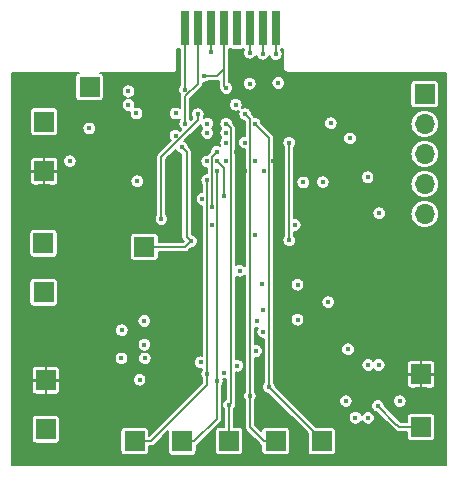
<source format=gbr>
G04 #@! TF.GenerationSoftware,KiCad,Pcbnew,(5.1.0)-1*
G04 #@! TF.CreationDate,2019-08-27T17:01:11-07:00*
G04 #@! TF.ProjectId,SDCard-PCB,53444361-7264-42d5-9043-422e6b696361,rev?*
G04 #@! TF.SameCoordinates,Original*
G04 #@! TF.FileFunction,Copper,L4,Bot*
G04 #@! TF.FilePolarity,Positive*
%FSLAX46Y46*%
G04 Gerber Fmt 4.6, Leading zero omitted, Abs format (unit mm)*
G04 Created by KiCad (PCBNEW (5.1.0)-1) date 2019-08-27 17:01:11*
%MOMM*%
%LPD*%
G04 APERTURE LIST*
%ADD10O,1.700000X1.700000*%
%ADD11R,1.700000X1.700000*%
%ADD12R,0.800000X2.900000*%
%ADD13C,0.450000*%
%ADD14C,0.152400*%
%ADD15C,0.203200*%
G04 APERTURE END LIST*
D10*
X135305800Y-65351660D03*
X135305800Y-62811660D03*
X135305800Y-60271660D03*
X135305800Y-57731660D03*
D11*
X135305800Y-55191660D03*
X134995920Y-83372960D03*
X134995920Y-78902560D03*
X126601220Y-84569300D03*
X122689620Y-84554060D03*
X118762780Y-84554060D03*
X111582200Y-68122800D03*
X114790220Y-84584540D03*
X110759240Y-84569300D03*
X106934000Y-54584600D03*
X103238300Y-83563100D03*
X103238300Y-79413100D03*
D12*
X115000000Y-49600000D03*
X116100000Y-49600000D03*
X117200000Y-49600000D03*
X118300000Y-49600000D03*
X119400000Y-49600000D03*
X120500000Y-49600000D03*
X121600000Y-49600000D03*
X122700000Y-49600000D03*
D11*
X103093100Y-57513900D03*
X103035100Y-67823900D03*
X103043100Y-71973900D03*
X103093100Y-61713900D03*
D13*
X117205760Y-51635660D03*
X110909100Y-56822340D03*
X110970060Y-62565280D03*
X133195060Y-81178400D03*
X131417060Y-78112620D03*
X130509060Y-82597040D03*
X130479800Y-62217300D03*
X131457700Y-65275460D03*
X128991360Y-58930540D03*
X126682500Y-62638940D03*
X118498620Y-59291220D03*
X120903800Y-60883600D03*
X127368300Y-57658000D03*
X116340000Y-77890000D03*
X118284600Y-78755600D03*
X121557300Y-71249900D03*
X121640600Y-75311000D03*
X121043700Y-76936600D03*
X109664500Y-75184000D03*
X109639100Y-77558900D03*
X111175800Y-79375000D03*
X120980200Y-67144900D03*
X116497100Y-64058800D03*
X120103850Y-59283650D03*
X124545220Y-71331560D03*
X124545220Y-74281560D03*
X127144780Y-72798940D03*
X121640600Y-73431400D03*
X114206020Y-62567820D03*
X131345940Y-81579720D03*
X122501660Y-60888880D03*
X120098820Y-61681360D03*
X121043700Y-77711300D03*
X111620300Y-77558900D03*
X111569500Y-74396600D03*
X111582200Y-76403200D03*
X111988600Y-71920100D03*
X107111800Y-71996300D03*
X106095800Y-68592700D03*
X117703600Y-57683400D03*
X122504200Y-58483500D03*
X119319040Y-60065920D03*
X121081800Y-74409300D03*
X119435880Y-78178660D03*
X119646700Y-70147180D03*
X131345940Y-80937100D03*
X115735100Y-78625700D03*
X115277900Y-79565500D03*
X124165360Y-57670700D03*
X111574580Y-75577700D03*
X117710000Y-60880000D03*
X118290000Y-63780000D03*
X114239040Y-56822340D03*
X125036580Y-62661800D03*
X118506240Y-60883800D03*
X121701560Y-61681360D03*
X117319900Y-66268600D03*
X124307600Y-66268600D03*
X118506241Y-58480960D03*
X106908600Y-58089800D03*
X116903500Y-57683400D03*
X116903504Y-60883800D03*
X105270300Y-60858400D03*
X122920760Y-54241700D03*
X116900002Y-78880000D03*
X116900000Y-62470000D03*
X117710000Y-79490000D03*
X117710000Y-61690000D03*
X120110000Y-56890000D03*
X120510000Y-80750000D03*
X118740000Y-81510000D03*
X118503700Y-57680860D03*
X130525520Y-78122780D03*
X128640840Y-81180940D03*
X129449060Y-82586060D03*
X128818100Y-76791820D03*
X123840000Y-67570000D03*
X123840000Y-59290000D03*
X120904000Y-57683400D03*
X122110500Y-79984600D03*
X115006120Y-54823360D03*
X115026440Y-57691020D03*
X121592340Y-51765200D03*
X122699780Y-51798220D03*
X120500000Y-54300000D03*
X110230000Y-54950000D03*
X110230000Y-56100000D03*
X119310000Y-56090000D03*
X113020000Y-65760000D03*
X116100000Y-56880000D03*
X114220000Y-58710000D03*
X116900000Y-58480000D03*
X117310000Y-64720000D03*
X117700000Y-60080000D03*
X115520000Y-67640000D03*
X114750000Y-59680000D03*
X116611400Y-53632100D03*
X118506240Y-54670960D03*
X120497600Y-51694080D03*
D14*
X117200000Y-49600000D02*
X117200000Y-51629900D01*
X117200000Y-51629900D02*
X117205760Y-51635660D01*
X133141720Y-83372960D02*
X134995920Y-83372960D01*
X132925820Y-83157060D02*
X133141720Y-83372960D01*
X131345940Y-81579720D02*
X132923280Y-83157060D01*
X132923280Y-83157060D02*
X132925820Y-83157060D01*
X133342380Y-78940660D02*
X131345940Y-80937100D01*
X134995920Y-78902560D02*
X133380480Y-78902560D01*
X133380480Y-78902560D02*
X133342380Y-78940660D01*
X117710000Y-60880000D02*
X118290000Y-61460000D01*
X118290000Y-61460000D02*
X118290000Y-63780000D01*
X116900000Y-62470000D02*
X116900000Y-78879998D01*
X116900000Y-78879998D02*
X116900002Y-78880000D01*
X111761640Y-84569300D02*
X110759240Y-84569300D01*
X112125760Y-84569300D02*
X111761640Y-84569300D01*
X116900002Y-78880000D02*
X116900002Y-79795058D01*
X116900002Y-79795058D02*
X112125760Y-84569300D01*
X117710000Y-61690000D02*
X117710000Y-79490000D01*
X115792620Y-84584540D02*
X114790220Y-84584540D01*
X117710000Y-82667160D02*
X115792620Y-84584540D01*
X117710000Y-79490000D02*
X117710000Y-82667160D01*
X120510000Y-80431802D02*
X120510000Y-80750000D01*
X120110000Y-56890000D02*
X120510000Y-57290000D01*
X120510000Y-57290000D02*
X120510000Y-80431802D01*
X121687220Y-84554060D02*
X122689620Y-84554060D01*
X120510000Y-83376840D02*
X121687220Y-84554060D01*
X120510000Y-80750000D02*
X120510000Y-83376840D01*
X118740000Y-84320460D02*
X118940580Y-84521040D01*
X118728699Y-57905859D02*
X118503700Y-57680860D01*
X118896341Y-58073501D02*
X118728699Y-57905859D01*
X118740000Y-81510000D02*
X118896341Y-81353659D01*
X118896341Y-81353659D02*
X118896341Y-58073501D01*
X118740000Y-84531280D02*
X118762780Y-84554060D01*
X118740000Y-81510000D02*
X118740000Y-84531280D01*
X123840000Y-67570000D02*
X123840000Y-59290000D01*
X122110500Y-58889900D02*
X122110500Y-79666402D01*
X120904000Y-57683400D02*
X122110500Y-58889900D01*
X122110500Y-79666402D02*
X122110500Y-79984600D01*
X126601220Y-84475320D02*
X126601220Y-84569300D01*
X122110500Y-79984600D02*
X126601220Y-84475320D01*
X115006120Y-49606120D02*
X115000000Y-49600000D01*
X115006120Y-54823360D02*
X115006120Y-49606120D01*
X116090000Y-49610000D02*
X116100000Y-49600000D01*
X116100000Y-51202400D02*
X116100000Y-49600000D01*
X116100000Y-54306830D02*
X116100000Y-51202400D01*
X115026440Y-55380390D02*
X116100000Y-54306830D01*
X115026440Y-57691020D02*
X115026440Y-55380390D01*
X121590000Y-49610000D02*
X121600000Y-49600000D01*
X121592340Y-49607660D02*
X121600000Y-49600000D01*
X121592340Y-51765200D02*
X121592340Y-49607660D01*
X122699780Y-49600220D02*
X122700000Y-49600000D01*
X122699780Y-51798220D02*
X122699780Y-49600220D01*
X116100000Y-57407350D02*
X116100000Y-56880000D01*
X113020000Y-65760000D02*
X113020000Y-60487350D01*
X113020000Y-60487350D02*
X116100000Y-57407350D01*
X117310000Y-60470000D02*
X117700000Y-60080000D01*
X117310000Y-64720000D02*
X117310000Y-60470000D01*
X115037200Y-68122800D02*
X115520000Y-67640000D01*
X111582200Y-68122800D02*
X115037200Y-68122800D01*
X115145820Y-60075820D02*
X114750000Y-59680000D01*
X115520000Y-67640000D02*
X115145820Y-67265820D01*
X115145820Y-67265820D02*
X115145820Y-60075820D01*
X118300000Y-54464720D02*
X118506240Y-54670960D01*
X117703600Y-53632100D02*
X118300000Y-53035700D01*
X116611400Y-53632100D02*
X117703600Y-53632100D01*
X118300000Y-49600000D02*
X118300000Y-53035700D01*
X118300000Y-53035700D02*
X118300000Y-54464720D01*
X120497600Y-49602400D02*
X120500000Y-49600000D01*
X120497600Y-51694080D02*
X120497600Y-49602400D01*
D15*
G36*
X123319401Y-52981297D02*
G01*
X123317559Y-53000000D01*
X123324907Y-53074611D01*
X123346671Y-53146354D01*
X123382012Y-53212473D01*
X123429573Y-53270427D01*
X123487527Y-53317988D01*
X123553646Y-53353329D01*
X123625389Y-53375093D01*
X123681307Y-53380600D01*
X123700000Y-53382441D01*
X123718693Y-53380600D01*
X137119400Y-53380600D01*
X137119401Y-86619400D01*
X100380600Y-86619400D01*
X100380600Y-82713100D01*
X102030980Y-82713100D01*
X102030980Y-84413100D01*
X102037846Y-84482810D01*
X102058179Y-84549840D01*
X102091199Y-84611616D01*
X102135637Y-84665763D01*
X102189784Y-84710201D01*
X102251560Y-84743221D01*
X102318590Y-84763554D01*
X102388300Y-84770420D01*
X104088300Y-84770420D01*
X104158010Y-84763554D01*
X104225040Y-84743221D01*
X104286816Y-84710201D01*
X104340963Y-84665763D01*
X104385401Y-84611616D01*
X104418421Y-84549840D01*
X104438754Y-84482810D01*
X104445620Y-84413100D01*
X104445620Y-83719300D01*
X109551920Y-83719300D01*
X109551920Y-85419300D01*
X109558786Y-85489010D01*
X109579119Y-85556040D01*
X109612139Y-85617816D01*
X109656577Y-85671963D01*
X109710724Y-85716401D01*
X109772500Y-85749421D01*
X109839530Y-85769754D01*
X109909240Y-85776620D01*
X111609240Y-85776620D01*
X111678950Y-85769754D01*
X111745980Y-85749421D01*
X111807756Y-85716401D01*
X111861903Y-85671963D01*
X111906341Y-85617816D01*
X111939361Y-85556040D01*
X111959694Y-85489010D01*
X111966560Y-85419300D01*
X111966560Y-85001100D01*
X112104550Y-85001100D01*
X112125760Y-85003189D01*
X112146970Y-85001100D01*
X112210408Y-84994852D01*
X112291802Y-84970161D01*
X112366816Y-84930066D01*
X112432566Y-84876106D01*
X112446095Y-84859621D01*
X113584181Y-83721535D01*
X113582900Y-83734540D01*
X113582900Y-85434540D01*
X113589766Y-85504250D01*
X113610099Y-85571280D01*
X113643119Y-85633056D01*
X113687557Y-85687203D01*
X113741704Y-85731641D01*
X113803480Y-85764661D01*
X113870510Y-85784994D01*
X113940220Y-85791860D01*
X115640220Y-85791860D01*
X115709930Y-85784994D01*
X115776960Y-85764661D01*
X115838736Y-85731641D01*
X115892883Y-85687203D01*
X115937321Y-85633056D01*
X115970341Y-85571280D01*
X115990674Y-85504250D01*
X115997540Y-85434540D01*
X115997540Y-84964621D01*
X116033676Y-84945306D01*
X116099426Y-84891346D01*
X116112955Y-84874861D01*
X118000327Y-82987490D01*
X118016806Y-82973966D01*
X118070766Y-82908216D01*
X118110861Y-82833202D01*
X118135552Y-82751808D01*
X118141800Y-82688370D01*
X118143889Y-82667160D01*
X118141800Y-82645950D01*
X118141800Y-79879292D01*
X118160981Y-79860111D01*
X118224521Y-79765017D01*
X118268288Y-79659355D01*
X118290600Y-79547184D01*
X118290600Y-79432816D01*
X118271382Y-79336200D01*
X118341784Y-79336200D01*
X118453955Y-79313888D01*
X118464541Y-79309503D01*
X118464541Y-80995774D01*
X118369889Y-81059019D01*
X118289019Y-81139889D01*
X118225479Y-81234983D01*
X118181712Y-81340645D01*
X118159400Y-81452816D01*
X118159400Y-81567184D01*
X118181712Y-81679355D01*
X118225479Y-81785017D01*
X118289019Y-81880111D01*
X118308200Y-81899292D01*
X118308201Y-83346740D01*
X117912780Y-83346740D01*
X117843070Y-83353606D01*
X117776040Y-83373939D01*
X117714264Y-83406959D01*
X117660117Y-83451397D01*
X117615679Y-83505544D01*
X117582659Y-83567320D01*
X117562326Y-83634350D01*
X117555460Y-83704060D01*
X117555460Y-85404060D01*
X117562326Y-85473770D01*
X117582659Y-85540800D01*
X117615679Y-85602576D01*
X117660117Y-85656723D01*
X117714264Y-85701161D01*
X117776040Y-85734181D01*
X117843070Y-85754514D01*
X117912780Y-85761380D01*
X119612780Y-85761380D01*
X119682490Y-85754514D01*
X119749520Y-85734181D01*
X119811296Y-85701161D01*
X119865443Y-85656723D01*
X119909881Y-85602576D01*
X119942901Y-85540800D01*
X119963234Y-85473770D01*
X119970100Y-85404060D01*
X119970100Y-83704060D01*
X119963234Y-83634350D01*
X119942901Y-83567320D01*
X119909881Y-83505544D01*
X119865443Y-83451397D01*
X119811296Y-83406959D01*
X119749520Y-83373939D01*
X119682490Y-83353606D01*
X119612780Y-83346740D01*
X119171800Y-83346740D01*
X119171800Y-81899292D01*
X119190981Y-81880111D01*
X119254521Y-81785017D01*
X119298288Y-81679355D01*
X119320600Y-81567184D01*
X119320600Y-81452816D01*
X119319369Y-81446627D01*
X119321893Y-81438307D01*
X119328141Y-81374869D01*
X119328141Y-81374868D01*
X119330230Y-81353659D01*
X119328141Y-81332449D01*
X119328141Y-78749204D01*
X119378696Y-78759260D01*
X119493064Y-78759260D01*
X119605235Y-78736948D01*
X119710897Y-78693181D01*
X119805991Y-78629641D01*
X119886861Y-78548771D01*
X119950401Y-78453677D01*
X119994168Y-78348015D01*
X120016480Y-78235844D01*
X120016480Y-78121476D01*
X119994168Y-78009305D01*
X119950401Y-77903643D01*
X119886861Y-77808549D01*
X119805991Y-77727679D01*
X119710897Y-77664139D01*
X119605235Y-77620372D01*
X119493064Y-77598060D01*
X119378696Y-77598060D01*
X119328141Y-77608116D01*
X119328141Y-70632607D01*
X119371683Y-70661701D01*
X119477345Y-70705468D01*
X119589516Y-70727780D01*
X119703884Y-70727780D01*
X119816055Y-70705468D01*
X119921717Y-70661701D01*
X120016811Y-70598161D01*
X120078201Y-70536771D01*
X120078201Y-80360707D01*
X120059019Y-80379889D01*
X119995479Y-80474983D01*
X119951712Y-80580645D01*
X119929400Y-80692816D01*
X119929400Y-80807184D01*
X119951712Y-80919355D01*
X119995479Y-81025017D01*
X120059019Y-81120111D01*
X120078200Y-81139292D01*
X120078201Y-83355620D01*
X120076111Y-83376840D01*
X120084448Y-83461487D01*
X120107060Y-83536024D01*
X120109140Y-83542882D01*
X120149235Y-83617896D01*
X120203195Y-83683646D01*
X120219674Y-83697170D01*
X121366894Y-84844392D01*
X121380414Y-84860866D01*
X121446164Y-84914826D01*
X121482300Y-84934141D01*
X121482300Y-85404060D01*
X121489166Y-85473770D01*
X121509499Y-85540800D01*
X121542519Y-85602576D01*
X121586957Y-85656723D01*
X121641104Y-85701161D01*
X121702880Y-85734181D01*
X121769910Y-85754514D01*
X121839620Y-85761380D01*
X123539620Y-85761380D01*
X123609330Y-85754514D01*
X123676360Y-85734181D01*
X123738136Y-85701161D01*
X123792283Y-85656723D01*
X123836721Y-85602576D01*
X123869741Y-85540800D01*
X123890074Y-85473770D01*
X123896940Y-85404060D01*
X123896940Y-83704060D01*
X123890074Y-83634350D01*
X123869741Y-83567320D01*
X123836721Y-83505544D01*
X123792283Y-83451397D01*
X123738136Y-83406959D01*
X123676360Y-83373939D01*
X123609330Y-83353606D01*
X123539620Y-83346740D01*
X121839620Y-83346740D01*
X121769910Y-83353606D01*
X121702880Y-83373939D01*
X121641104Y-83406959D01*
X121586957Y-83451397D01*
X121542519Y-83505544D01*
X121509499Y-83567320D01*
X121489166Y-83634350D01*
X121482300Y-83704060D01*
X121482300Y-83738483D01*
X120941800Y-83197984D01*
X120941800Y-81139292D01*
X120960981Y-81120111D01*
X121024521Y-81025017D01*
X121068288Y-80919355D01*
X121090600Y-80807184D01*
X121090600Y-80692816D01*
X121068288Y-80580645D01*
X121024521Y-80474983D01*
X120960981Y-80379889D01*
X120941800Y-80360708D01*
X120941800Y-77508306D01*
X120986516Y-77517200D01*
X121100884Y-77517200D01*
X121213055Y-77494888D01*
X121318717Y-77451121D01*
X121413811Y-77387581D01*
X121494681Y-77306711D01*
X121558221Y-77211617D01*
X121601988Y-77105955D01*
X121624300Y-76993784D01*
X121624300Y-76879416D01*
X121601988Y-76767245D01*
X121558221Y-76661583D01*
X121494681Y-76566489D01*
X121413811Y-76485619D01*
X121318717Y-76422079D01*
X121213055Y-76378312D01*
X121100884Y-76356000D01*
X120986516Y-76356000D01*
X120941800Y-76364894D01*
X120941800Y-74973427D01*
X121024616Y-74989900D01*
X121138984Y-74989900D01*
X121159612Y-74985797D01*
X121126079Y-75035983D01*
X121082312Y-75141645D01*
X121060000Y-75253816D01*
X121060000Y-75368184D01*
X121082312Y-75480355D01*
X121126079Y-75586017D01*
X121189619Y-75681111D01*
X121270489Y-75761981D01*
X121365583Y-75825521D01*
X121471245Y-75869288D01*
X121583416Y-75891600D01*
X121678701Y-75891600D01*
X121678701Y-79595307D01*
X121659519Y-79614489D01*
X121595979Y-79709583D01*
X121552212Y-79815245D01*
X121529900Y-79927416D01*
X121529900Y-80041784D01*
X121552212Y-80153955D01*
X121595979Y-80259617D01*
X121659519Y-80354711D01*
X121740389Y-80435581D01*
X121835483Y-80499121D01*
X121941145Y-80542888D01*
X122053316Y-80565200D01*
X122080444Y-80565200D01*
X125393900Y-83878658D01*
X125393900Y-85419300D01*
X125400766Y-85489010D01*
X125421099Y-85556040D01*
X125454119Y-85617816D01*
X125498557Y-85671963D01*
X125552704Y-85716401D01*
X125614480Y-85749421D01*
X125681510Y-85769754D01*
X125751220Y-85776620D01*
X127451220Y-85776620D01*
X127520930Y-85769754D01*
X127587960Y-85749421D01*
X127649736Y-85716401D01*
X127703883Y-85671963D01*
X127748321Y-85617816D01*
X127781341Y-85556040D01*
X127801674Y-85489010D01*
X127808540Y-85419300D01*
X127808540Y-83719300D01*
X127801674Y-83649590D01*
X127781341Y-83582560D01*
X127748321Y-83520784D01*
X127703883Y-83466637D01*
X127649736Y-83422199D01*
X127587960Y-83389179D01*
X127520930Y-83368846D01*
X127451220Y-83361980D01*
X126098538Y-83361980D01*
X125265434Y-82528876D01*
X128868460Y-82528876D01*
X128868460Y-82643244D01*
X128890772Y-82755415D01*
X128934539Y-82861077D01*
X128998079Y-82956171D01*
X129078949Y-83037041D01*
X129174043Y-83100581D01*
X129279705Y-83144348D01*
X129391876Y-83166660D01*
X129506244Y-83166660D01*
X129618415Y-83144348D01*
X129724077Y-83100581D01*
X129819171Y-83037041D01*
X129900041Y-82956171D01*
X129963581Y-82861077D01*
X129976786Y-82829198D01*
X129994539Y-82872057D01*
X130058079Y-82967151D01*
X130138949Y-83048021D01*
X130234043Y-83111561D01*
X130339705Y-83155328D01*
X130451876Y-83177640D01*
X130566244Y-83177640D01*
X130678415Y-83155328D01*
X130784077Y-83111561D01*
X130879171Y-83048021D01*
X130960041Y-82967151D01*
X131023581Y-82872057D01*
X131067348Y-82766395D01*
X131089660Y-82654224D01*
X131089660Y-82539856D01*
X131067348Y-82427685D01*
X131023581Y-82322023D01*
X130960041Y-82226929D01*
X130879171Y-82146059D01*
X130784077Y-82082519D01*
X130678415Y-82038752D01*
X130566244Y-82016440D01*
X130451876Y-82016440D01*
X130339705Y-82038752D01*
X130234043Y-82082519D01*
X130138949Y-82146059D01*
X130058079Y-82226929D01*
X129994539Y-82322023D01*
X129981334Y-82353902D01*
X129963581Y-82311043D01*
X129900041Y-82215949D01*
X129819171Y-82135079D01*
X129724077Y-82071539D01*
X129618415Y-82027772D01*
X129506244Y-82005460D01*
X129391876Y-82005460D01*
X129279705Y-82027772D01*
X129174043Y-82071539D01*
X129078949Y-82135079D01*
X128998079Y-82215949D01*
X128934539Y-82311043D01*
X128890772Y-82416705D01*
X128868460Y-82528876D01*
X125265434Y-82528876D01*
X123860313Y-81123756D01*
X128060240Y-81123756D01*
X128060240Y-81238124D01*
X128082552Y-81350295D01*
X128126319Y-81455957D01*
X128189859Y-81551051D01*
X128270729Y-81631921D01*
X128365823Y-81695461D01*
X128471485Y-81739228D01*
X128583656Y-81761540D01*
X128698024Y-81761540D01*
X128810195Y-81739228D01*
X128915857Y-81695461D01*
X129010951Y-81631921D01*
X129091821Y-81551051D01*
X129110874Y-81522536D01*
X130765340Y-81522536D01*
X130765340Y-81636904D01*
X130787652Y-81749075D01*
X130831419Y-81854737D01*
X130894959Y-81949831D01*
X130975829Y-82030701D01*
X131070923Y-82094241D01*
X131176585Y-82138008D01*
X131288756Y-82160320D01*
X131315884Y-82160320D01*
X132602950Y-83447387D01*
X132616474Y-83463866D01*
X132647124Y-83489020D01*
X132821385Y-83663281D01*
X132834914Y-83679766D01*
X132900664Y-83733726D01*
X132975678Y-83773821D01*
X133057072Y-83798512D01*
X133141720Y-83806849D01*
X133162930Y-83804760D01*
X133788600Y-83804760D01*
X133788600Y-84222960D01*
X133795466Y-84292670D01*
X133815799Y-84359700D01*
X133848819Y-84421476D01*
X133893257Y-84475623D01*
X133947404Y-84520061D01*
X134009180Y-84553081D01*
X134076210Y-84573414D01*
X134145920Y-84580280D01*
X135845920Y-84580280D01*
X135915630Y-84573414D01*
X135982660Y-84553081D01*
X136044436Y-84520061D01*
X136098583Y-84475623D01*
X136143021Y-84421476D01*
X136176041Y-84359700D01*
X136196374Y-84292670D01*
X136203240Y-84222960D01*
X136203240Y-82522960D01*
X136196374Y-82453250D01*
X136176041Y-82386220D01*
X136143021Y-82324444D01*
X136098583Y-82270297D01*
X136044436Y-82225859D01*
X135982660Y-82192839D01*
X135915630Y-82172506D01*
X135845920Y-82165640D01*
X134145920Y-82165640D01*
X134076210Y-82172506D01*
X134009180Y-82192839D01*
X133947404Y-82225859D01*
X133893257Y-82270297D01*
X133848819Y-82324444D01*
X133815799Y-82386220D01*
X133795466Y-82453250D01*
X133788600Y-82522960D01*
X133788600Y-82941160D01*
X133320576Y-82941160D01*
X133246155Y-82866739D01*
X133232626Y-82850254D01*
X133201982Y-82825105D01*
X131926540Y-81549664D01*
X131926540Y-81522536D01*
X131904228Y-81410365D01*
X131860461Y-81304703D01*
X131796921Y-81209609D01*
X131716051Y-81128739D01*
X131704793Y-81121216D01*
X132614460Y-81121216D01*
X132614460Y-81235584D01*
X132636772Y-81347755D01*
X132680539Y-81453417D01*
X132744079Y-81548511D01*
X132824949Y-81629381D01*
X132920043Y-81692921D01*
X133025705Y-81736688D01*
X133137876Y-81759000D01*
X133252244Y-81759000D01*
X133364415Y-81736688D01*
X133470077Y-81692921D01*
X133565171Y-81629381D01*
X133646041Y-81548511D01*
X133709581Y-81453417D01*
X133753348Y-81347755D01*
X133775660Y-81235584D01*
X133775660Y-81121216D01*
X133753348Y-81009045D01*
X133709581Y-80903383D01*
X133646041Y-80808289D01*
X133565171Y-80727419D01*
X133470077Y-80663879D01*
X133364415Y-80620112D01*
X133252244Y-80597800D01*
X133137876Y-80597800D01*
X133025705Y-80620112D01*
X132920043Y-80663879D01*
X132824949Y-80727419D01*
X132744079Y-80808289D01*
X132680539Y-80903383D01*
X132636772Y-81009045D01*
X132614460Y-81121216D01*
X131704793Y-81121216D01*
X131620957Y-81065199D01*
X131515295Y-81021432D01*
X131403124Y-80999120D01*
X131288756Y-80999120D01*
X131176585Y-81021432D01*
X131070923Y-81065199D01*
X130975829Y-81128739D01*
X130894959Y-81209609D01*
X130831419Y-81304703D01*
X130787652Y-81410365D01*
X130765340Y-81522536D01*
X129110874Y-81522536D01*
X129155361Y-81455957D01*
X129199128Y-81350295D01*
X129221440Y-81238124D01*
X129221440Y-81123756D01*
X129199128Y-81011585D01*
X129155361Y-80905923D01*
X129091821Y-80810829D01*
X129010951Y-80729959D01*
X128915857Y-80666419D01*
X128810195Y-80622652D01*
X128698024Y-80600340D01*
X128583656Y-80600340D01*
X128471485Y-80622652D01*
X128365823Y-80666419D01*
X128270729Y-80729959D01*
X128189859Y-80810829D01*
X128126319Y-80905923D01*
X128082552Y-81011585D01*
X128060240Y-81123756D01*
X123860313Y-81123756D01*
X122691100Y-79954544D01*
X122691100Y-79927416D01*
X122668788Y-79815245D01*
X122642823Y-79752560D01*
X133788599Y-79752560D01*
X133795465Y-79822270D01*
X133815798Y-79889301D01*
X133848818Y-79951077D01*
X133893256Y-80005224D01*
X133947403Y-80049662D01*
X134009179Y-80082682D01*
X134076210Y-80103015D01*
X134145920Y-80109881D01*
X134881620Y-80108160D01*
X134970520Y-80019260D01*
X134970520Y-78927960D01*
X135021320Y-78927960D01*
X135021320Y-80019260D01*
X135110220Y-80108160D01*
X135845920Y-80109881D01*
X135915630Y-80103015D01*
X135982661Y-80082682D01*
X136044437Y-80049662D01*
X136098584Y-80005224D01*
X136143022Y-79951077D01*
X136176042Y-79889301D01*
X136196375Y-79822270D01*
X136203241Y-79752560D01*
X136201520Y-79016860D01*
X136112620Y-78927960D01*
X135021320Y-78927960D01*
X134970520Y-78927960D01*
X133879220Y-78927960D01*
X133790320Y-79016860D01*
X133788599Y-79752560D01*
X122642823Y-79752560D01*
X122625021Y-79709583D01*
X122561481Y-79614489D01*
X122542300Y-79595308D01*
X122542300Y-78065596D01*
X129944920Y-78065596D01*
X129944920Y-78179964D01*
X129967232Y-78292135D01*
X130010999Y-78397797D01*
X130074539Y-78492891D01*
X130155409Y-78573761D01*
X130250503Y-78637301D01*
X130356165Y-78681068D01*
X130468336Y-78703380D01*
X130582704Y-78703380D01*
X130694875Y-78681068D01*
X130800537Y-78637301D01*
X130895631Y-78573761D01*
X130976370Y-78493022D01*
X131046949Y-78563601D01*
X131142043Y-78627141D01*
X131247705Y-78670908D01*
X131359876Y-78693220D01*
X131474244Y-78693220D01*
X131586415Y-78670908D01*
X131692077Y-78627141D01*
X131787171Y-78563601D01*
X131868041Y-78482731D01*
X131931581Y-78387637D01*
X131975348Y-78281975D01*
X131997660Y-78169804D01*
X131997660Y-78055436D01*
X131997088Y-78052560D01*
X133788599Y-78052560D01*
X133790320Y-78788260D01*
X133879220Y-78877160D01*
X134970520Y-78877160D01*
X134970520Y-77785860D01*
X135021320Y-77785860D01*
X135021320Y-78877160D01*
X136112620Y-78877160D01*
X136201520Y-78788260D01*
X136203241Y-78052560D01*
X136196375Y-77982850D01*
X136176042Y-77915819D01*
X136143022Y-77854043D01*
X136098584Y-77799896D01*
X136044437Y-77755458D01*
X135982661Y-77722438D01*
X135915630Y-77702105D01*
X135845920Y-77695239D01*
X135110220Y-77696960D01*
X135021320Y-77785860D01*
X134970520Y-77785860D01*
X134881620Y-77696960D01*
X134145920Y-77695239D01*
X134076210Y-77702105D01*
X134009179Y-77722438D01*
X133947403Y-77755458D01*
X133893256Y-77799896D01*
X133848818Y-77854043D01*
X133815798Y-77915819D01*
X133795465Y-77982850D01*
X133788599Y-78052560D01*
X131997088Y-78052560D01*
X131975348Y-77943265D01*
X131931581Y-77837603D01*
X131868041Y-77742509D01*
X131787171Y-77661639D01*
X131692077Y-77598099D01*
X131586415Y-77554332D01*
X131474244Y-77532020D01*
X131359876Y-77532020D01*
X131247705Y-77554332D01*
X131142043Y-77598099D01*
X131046949Y-77661639D01*
X130966210Y-77742378D01*
X130895631Y-77671799D01*
X130800537Y-77608259D01*
X130694875Y-77564492D01*
X130582704Y-77542180D01*
X130468336Y-77542180D01*
X130356165Y-77564492D01*
X130250503Y-77608259D01*
X130155409Y-77671799D01*
X130074539Y-77752669D01*
X130010999Y-77847763D01*
X129967232Y-77953425D01*
X129944920Y-78065596D01*
X122542300Y-78065596D01*
X122542300Y-76734636D01*
X128237500Y-76734636D01*
X128237500Y-76849004D01*
X128259812Y-76961175D01*
X128303579Y-77066837D01*
X128367119Y-77161931D01*
X128447989Y-77242801D01*
X128543083Y-77306341D01*
X128648745Y-77350108D01*
X128760916Y-77372420D01*
X128875284Y-77372420D01*
X128987455Y-77350108D01*
X129093117Y-77306341D01*
X129188211Y-77242801D01*
X129269081Y-77161931D01*
X129332621Y-77066837D01*
X129376388Y-76961175D01*
X129398700Y-76849004D01*
X129398700Y-76734636D01*
X129376388Y-76622465D01*
X129332621Y-76516803D01*
X129269081Y-76421709D01*
X129188211Y-76340839D01*
X129093117Y-76277299D01*
X128987455Y-76233532D01*
X128875284Y-76211220D01*
X128760916Y-76211220D01*
X128648745Y-76233532D01*
X128543083Y-76277299D01*
X128447989Y-76340839D01*
X128367119Y-76421709D01*
X128303579Y-76516803D01*
X128259812Y-76622465D01*
X128237500Y-76734636D01*
X122542300Y-76734636D01*
X122542300Y-74224376D01*
X123964620Y-74224376D01*
X123964620Y-74338744D01*
X123986932Y-74450915D01*
X124030699Y-74556577D01*
X124094239Y-74651671D01*
X124175109Y-74732541D01*
X124270203Y-74796081D01*
X124375865Y-74839848D01*
X124488036Y-74862160D01*
X124602404Y-74862160D01*
X124714575Y-74839848D01*
X124820237Y-74796081D01*
X124915331Y-74732541D01*
X124996201Y-74651671D01*
X125059741Y-74556577D01*
X125103508Y-74450915D01*
X125125820Y-74338744D01*
X125125820Y-74224376D01*
X125103508Y-74112205D01*
X125059741Y-74006543D01*
X124996201Y-73911449D01*
X124915331Y-73830579D01*
X124820237Y-73767039D01*
X124714575Y-73723272D01*
X124602404Y-73700960D01*
X124488036Y-73700960D01*
X124375865Y-73723272D01*
X124270203Y-73767039D01*
X124175109Y-73830579D01*
X124094239Y-73911449D01*
X124030699Y-74006543D01*
X123986932Y-74112205D01*
X123964620Y-74224376D01*
X122542300Y-74224376D01*
X122542300Y-72741756D01*
X126564180Y-72741756D01*
X126564180Y-72856124D01*
X126586492Y-72968295D01*
X126630259Y-73073957D01*
X126693799Y-73169051D01*
X126774669Y-73249921D01*
X126869763Y-73313461D01*
X126975425Y-73357228D01*
X127087596Y-73379540D01*
X127201964Y-73379540D01*
X127314135Y-73357228D01*
X127419797Y-73313461D01*
X127514891Y-73249921D01*
X127595761Y-73169051D01*
X127659301Y-73073957D01*
X127703068Y-72968295D01*
X127725380Y-72856124D01*
X127725380Y-72741756D01*
X127703068Y-72629585D01*
X127659301Y-72523923D01*
X127595761Y-72428829D01*
X127514891Y-72347959D01*
X127419797Y-72284419D01*
X127314135Y-72240652D01*
X127201964Y-72218340D01*
X127087596Y-72218340D01*
X126975425Y-72240652D01*
X126869763Y-72284419D01*
X126774669Y-72347959D01*
X126693799Y-72428829D01*
X126630259Y-72523923D01*
X126586492Y-72629585D01*
X126564180Y-72741756D01*
X122542300Y-72741756D01*
X122542300Y-71274376D01*
X123964620Y-71274376D01*
X123964620Y-71388744D01*
X123986932Y-71500915D01*
X124030699Y-71606577D01*
X124094239Y-71701671D01*
X124175109Y-71782541D01*
X124270203Y-71846081D01*
X124375865Y-71889848D01*
X124488036Y-71912160D01*
X124602404Y-71912160D01*
X124714575Y-71889848D01*
X124820237Y-71846081D01*
X124915331Y-71782541D01*
X124996201Y-71701671D01*
X125059741Y-71606577D01*
X125103508Y-71500915D01*
X125125820Y-71388744D01*
X125125820Y-71274376D01*
X125103508Y-71162205D01*
X125059741Y-71056543D01*
X124996201Y-70961449D01*
X124915331Y-70880579D01*
X124820237Y-70817039D01*
X124714575Y-70773272D01*
X124602404Y-70750960D01*
X124488036Y-70750960D01*
X124375865Y-70773272D01*
X124270203Y-70817039D01*
X124175109Y-70880579D01*
X124094239Y-70961449D01*
X124030699Y-71056543D01*
X123986932Y-71162205D01*
X123964620Y-71274376D01*
X122542300Y-71274376D01*
X122542300Y-59232816D01*
X123259400Y-59232816D01*
X123259400Y-59347184D01*
X123281712Y-59459355D01*
X123325479Y-59565017D01*
X123389019Y-59660111D01*
X123408201Y-59679293D01*
X123408200Y-67180708D01*
X123389019Y-67199889D01*
X123325479Y-67294983D01*
X123281712Y-67400645D01*
X123259400Y-67512816D01*
X123259400Y-67627184D01*
X123281712Y-67739355D01*
X123325479Y-67845017D01*
X123389019Y-67940111D01*
X123469889Y-68020981D01*
X123564983Y-68084521D01*
X123670645Y-68128288D01*
X123782816Y-68150600D01*
X123897184Y-68150600D01*
X124009355Y-68128288D01*
X124115017Y-68084521D01*
X124210111Y-68020981D01*
X124290981Y-67940111D01*
X124354521Y-67845017D01*
X124398288Y-67739355D01*
X124420600Y-67627184D01*
X124420600Y-67512816D01*
X124398288Y-67400645D01*
X124354521Y-67294983D01*
X124290981Y-67199889D01*
X124271800Y-67180708D01*
X124271800Y-66849200D01*
X124364784Y-66849200D01*
X124476955Y-66826888D01*
X124582617Y-66783121D01*
X124677711Y-66719581D01*
X124758581Y-66638711D01*
X124822121Y-66543617D01*
X124865888Y-66437955D01*
X124888200Y-66325784D01*
X124888200Y-66211416D01*
X124865888Y-66099245D01*
X124822121Y-65993583D01*
X124758581Y-65898489D01*
X124677711Y-65817619D01*
X124582617Y-65754079D01*
X124476955Y-65710312D01*
X124364784Y-65688000D01*
X124271800Y-65688000D01*
X124271800Y-65218276D01*
X130877100Y-65218276D01*
X130877100Y-65332644D01*
X130899412Y-65444815D01*
X130943179Y-65550477D01*
X131006719Y-65645571D01*
X131087589Y-65726441D01*
X131182683Y-65789981D01*
X131288345Y-65833748D01*
X131400516Y-65856060D01*
X131514884Y-65856060D01*
X131627055Y-65833748D01*
X131732717Y-65789981D01*
X131827811Y-65726441D01*
X131908681Y-65645571D01*
X131972221Y-65550477D01*
X132015988Y-65444815D01*
X132034517Y-65351660D01*
X134094367Y-65351660D01*
X134117644Y-65587999D01*
X134186582Y-65815255D01*
X134298530Y-66024696D01*
X134449188Y-66208272D01*
X134632764Y-66358930D01*
X134842205Y-66470878D01*
X135069461Y-66539816D01*
X135246576Y-66557260D01*
X135365024Y-66557260D01*
X135542139Y-66539816D01*
X135769395Y-66470878D01*
X135978836Y-66358930D01*
X136162412Y-66208272D01*
X136313070Y-66024696D01*
X136425018Y-65815255D01*
X136493956Y-65587999D01*
X136517233Y-65351660D01*
X136493956Y-65115321D01*
X136425018Y-64888065D01*
X136313070Y-64678624D01*
X136162412Y-64495048D01*
X135978836Y-64344390D01*
X135769395Y-64232442D01*
X135542139Y-64163504D01*
X135365024Y-64146060D01*
X135246576Y-64146060D01*
X135069461Y-64163504D01*
X134842205Y-64232442D01*
X134632764Y-64344390D01*
X134449188Y-64495048D01*
X134298530Y-64678624D01*
X134186582Y-64888065D01*
X134117644Y-65115321D01*
X134094367Y-65351660D01*
X132034517Y-65351660D01*
X132038300Y-65332644D01*
X132038300Y-65218276D01*
X132015988Y-65106105D01*
X131972221Y-65000443D01*
X131908681Y-64905349D01*
X131827811Y-64824479D01*
X131732717Y-64760939D01*
X131627055Y-64717172D01*
X131514884Y-64694860D01*
X131400516Y-64694860D01*
X131288345Y-64717172D01*
X131182683Y-64760939D01*
X131087589Y-64824479D01*
X131006719Y-64905349D01*
X130943179Y-65000443D01*
X130899412Y-65106105D01*
X130877100Y-65218276D01*
X124271800Y-65218276D01*
X124271800Y-62604616D01*
X124455980Y-62604616D01*
X124455980Y-62718984D01*
X124478292Y-62831155D01*
X124522059Y-62936817D01*
X124585599Y-63031911D01*
X124666469Y-63112781D01*
X124761563Y-63176321D01*
X124867225Y-63220088D01*
X124979396Y-63242400D01*
X125093764Y-63242400D01*
X125205935Y-63220088D01*
X125311597Y-63176321D01*
X125406691Y-63112781D01*
X125487561Y-63031911D01*
X125551101Y-62936817D01*
X125594868Y-62831155D01*
X125617180Y-62718984D01*
X125617180Y-62604616D01*
X125612633Y-62581756D01*
X126101900Y-62581756D01*
X126101900Y-62696124D01*
X126124212Y-62808295D01*
X126167979Y-62913957D01*
X126231519Y-63009051D01*
X126312389Y-63089921D01*
X126407483Y-63153461D01*
X126513145Y-63197228D01*
X126625316Y-63219540D01*
X126739684Y-63219540D01*
X126851855Y-63197228D01*
X126957517Y-63153461D01*
X127052611Y-63089921D01*
X127133481Y-63009051D01*
X127197021Y-62913957D01*
X127239394Y-62811660D01*
X134094367Y-62811660D01*
X134117644Y-63047999D01*
X134186582Y-63275255D01*
X134298530Y-63484696D01*
X134449188Y-63668272D01*
X134632764Y-63818930D01*
X134842205Y-63930878D01*
X135069461Y-63999816D01*
X135246576Y-64017260D01*
X135365024Y-64017260D01*
X135542139Y-63999816D01*
X135769395Y-63930878D01*
X135978836Y-63818930D01*
X136162412Y-63668272D01*
X136313070Y-63484696D01*
X136425018Y-63275255D01*
X136493956Y-63047999D01*
X136517233Y-62811660D01*
X136493956Y-62575321D01*
X136425018Y-62348065D01*
X136313070Y-62138624D01*
X136162412Y-61955048D01*
X135978836Y-61804390D01*
X135769395Y-61692442D01*
X135542139Y-61623504D01*
X135365024Y-61606060D01*
X135246576Y-61606060D01*
X135069461Y-61623504D01*
X134842205Y-61692442D01*
X134632764Y-61804390D01*
X134449188Y-61955048D01*
X134298530Y-62138624D01*
X134186582Y-62348065D01*
X134117644Y-62575321D01*
X134094367Y-62811660D01*
X127239394Y-62811660D01*
X127240788Y-62808295D01*
X127263100Y-62696124D01*
X127263100Y-62581756D01*
X127240788Y-62469585D01*
X127197021Y-62363923D01*
X127133481Y-62268829D01*
X127052611Y-62187959D01*
X127010942Y-62160116D01*
X129899200Y-62160116D01*
X129899200Y-62274484D01*
X129921512Y-62386655D01*
X129965279Y-62492317D01*
X130028819Y-62587411D01*
X130109689Y-62668281D01*
X130204783Y-62731821D01*
X130310445Y-62775588D01*
X130422616Y-62797900D01*
X130536984Y-62797900D01*
X130649155Y-62775588D01*
X130754817Y-62731821D01*
X130849911Y-62668281D01*
X130930781Y-62587411D01*
X130994321Y-62492317D01*
X131038088Y-62386655D01*
X131060400Y-62274484D01*
X131060400Y-62160116D01*
X131038088Y-62047945D01*
X130994321Y-61942283D01*
X130930781Y-61847189D01*
X130849911Y-61766319D01*
X130754817Y-61702779D01*
X130649155Y-61659012D01*
X130536984Y-61636700D01*
X130422616Y-61636700D01*
X130310445Y-61659012D01*
X130204783Y-61702779D01*
X130109689Y-61766319D01*
X130028819Y-61847189D01*
X129965279Y-61942283D01*
X129921512Y-62047945D01*
X129899200Y-62160116D01*
X127010942Y-62160116D01*
X126957517Y-62124419D01*
X126851855Y-62080652D01*
X126739684Y-62058340D01*
X126625316Y-62058340D01*
X126513145Y-62080652D01*
X126407483Y-62124419D01*
X126312389Y-62187959D01*
X126231519Y-62268829D01*
X126167979Y-62363923D01*
X126124212Y-62469585D01*
X126101900Y-62581756D01*
X125612633Y-62581756D01*
X125594868Y-62492445D01*
X125551101Y-62386783D01*
X125487561Y-62291689D01*
X125406691Y-62210819D01*
X125311597Y-62147279D01*
X125205935Y-62103512D01*
X125093764Y-62081200D01*
X124979396Y-62081200D01*
X124867225Y-62103512D01*
X124761563Y-62147279D01*
X124666469Y-62210819D01*
X124585599Y-62291689D01*
X124522059Y-62386783D01*
X124478292Y-62492445D01*
X124455980Y-62604616D01*
X124271800Y-62604616D01*
X124271800Y-60271660D01*
X134094367Y-60271660D01*
X134117644Y-60507999D01*
X134186582Y-60735255D01*
X134298530Y-60944696D01*
X134449188Y-61128272D01*
X134632764Y-61278930D01*
X134842205Y-61390878D01*
X135069461Y-61459816D01*
X135246576Y-61477260D01*
X135365024Y-61477260D01*
X135542139Y-61459816D01*
X135769395Y-61390878D01*
X135978836Y-61278930D01*
X136162412Y-61128272D01*
X136313070Y-60944696D01*
X136425018Y-60735255D01*
X136493956Y-60507999D01*
X136517233Y-60271660D01*
X136493956Y-60035321D01*
X136425018Y-59808065D01*
X136313070Y-59598624D01*
X136162412Y-59415048D01*
X135978836Y-59264390D01*
X135769395Y-59152442D01*
X135542139Y-59083504D01*
X135365024Y-59066060D01*
X135246576Y-59066060D01*
X135069461Y-59083504D01*
X134842205Y-59152442D01*
X134632764Y-59264390D01*
X134449188Y-59415048D01*
X134298530Y-59598624D01*
X134186582Y-59808065D01*
X134117644Y-60035321D01*
X134094367Y-60271660D01*
X124271800Y-60271660D01*
X124271800Y-59679292D01*
X124290981Y-59660111D01*
X124354521Y-59565017D01*
X124398288Y-59459355D01*
X124420600Y-59347184D01*
X124420600Y-59232816D01*
X124398288Y-59120645D01*
X124354521Y-59014983D01*
X124290981Y-58919889D01*
X124244448Y-58873356D01*
X128410760Y-58873356D01*
X128410760Y-58987724D01*
X128433072Y-59099895D01*
X128476839Y-59205557D01*
X128540379Y-59300651D01*
X128621249Y-59381521D01*
X128716343Y-59445061D01*
X128822005Y-59488828D01*
X128934176Y-59511140D01*
X129048544Y-59511140D01*
X129160715Y-59488828D01*
X129266377Y-59445061D01*
X129361471Y-59381521D01*
X129442341Y-59300651D01*
X129505881Y-59205557D01*
X129549648Y-59099895D01*
X129571960Y-58987724D01*
X129571960Y-58873356D01*
X129549648Y-58761185D01*
X129505881Y-58655523D01*
X129442341Y-58560429D01*
X129361471Y-58479559D01*
X129266377Y-58416019D01*
X129160715Y-58372252D01*
X129048544Y-58349940D01*
X128934176Y-58349940D01*
X128822005Y-58372252D01*
X128716343Y-58416019D01*
X128621249Y-58479559D01*
X128540379Y-58560429D01*
X128476839Y-58655523D01*
X128433072Y-58761185D01*
X128410760Y-58873356D01*
X124244448Y-58873356D01*
X124210111Y-58839019D01*
X124115017Y-58775479D01*
X124009355Y-58731712D01*
X123897184Y-58709400D01*
X123782816Y-58709400D01*
X123670645Y-58731712D01*
X123564983Y-58775479D01*
X123469889Y-58839019D01*
X123389019Y-58919889D01*
X123325479Y-59014983D01*
X123281712Y-59120645D01*
X123259400Y-59232816D01*
X122542300Y-59232816D01*
X122542300Y-58911110D01*
X122544389Y-58889900D01*
X122536052Y-58805252D01*
X122511361Y-58723858D01*
X122471266Y-58648844D01*
X122444773Y-58616563D01*
X122417306Y-58583094D01*
X122400828Y-58569571D01*
X121484600Y-57653344D01*
X121484600Y-57626216D01*
X121479548Y-57600816D01*
X126787700Y-57600816D01*
X126787700Y-57715184D01*
X126810012Y-57827355D01*
X126853779Y-57933017D01*
X126917319Y-58028111D01*
X126998189Y-58108981D01*
X127093283Y-58172521D01*
X127198945Y-58216288D01*
X127311116Y-58238600D01*
X127425484Y-58238600D01*
X127537655Y-58216288D01*
X127643317Y-58172521D01*
X127738411Y-58108981D01*
X127819281Y-58028111D01*
X127882821Y-57933017D01*
X127926588Y-57827355D01*
X127945622Y-57731660D01*
X134094367Y-57731660D01*
X134117644Y-57967999D01*
X134186582Y-58195255D01*
X134298530Y-58404696D01*
X134449188Y-58588272D01*
X134632764Y-58738930D01*
X134842205Y-58850878D01*
X135069461Y-58919816D01*
X135246576Y-58937260D01*
X135365024Y-58937260D01*
X135542139Y-58919816D01*
X135769395Y-58850878D01*
X135978836Y-58738930D01*
X136162412Y-58588272D01*
X136313070Y-58404696D01*
X136425018Y-58195255D01*
X136493956Y-57967999D01*
X136517233Y-57731660D01*
X136493956Y-57495321D01*
X136425018Y-57268065D01*
X136313070Y-57058624D01*
X136162412Y-56875048D01*
X135978836Y-56724390D01*
X135769395Y-56612442D01*
X135542139Y-56543504D01*
X135365024Y-56526060D01*
X135246576Y-56526060D01*
X135069461Y-56543504D01*
X134842205Y-56612442D01*
X134632764Y-56724390D01*
X134449188Y-56875048D01*
X134298530Y-57058624D01*
X134186582Y-57268065D01*
X134117644Y-57495321D01*
X134094367Y-57731660D01*
X127945622Y-57731660D01*
X127948900Y-57715184D01*
X127948900Y-57600816D01*
X127926588Y-57488645D01*
X127882821Y-57382983D01*
X127819281Y-57287889D01*
X127738411Y-57207019D01*
X127643317Y-57143479D01*
X127537655Y-57099712D01*
X127425484Y-57077400D01*
X127311116Y-57077400D01*
X127198945Y-57099712D01*
X127093283Y-57143479D01*
X126998189Y-57207019D01*
X126917319Y-57287889D01*
X126853779Y-57382983D01*
X126810012Y-57488645D01*
X126787700Y-57600816D01*
X121479548Y-57600816D01*
X121462288Y-57514045D01*
X121418521Y-57408383D01*
X121354981Y-57313289D01*
X121274111Y-57232419D01*
X121179017Y-57168879D01*
X121073355Y-57125112D01*
X120961184Y-57102800D01*
X120899552Y-57102800D01*
X120870766Y-57048944D01*
X120816806Y-56983194D01*
X120800333Y-56969675D01*
X120690600Y-56859943D01*
X120690600Y-56832816D01*
X120668288Y-56720645D01*
X120624521Y-56614983D01*
X120560981Y-56519889D01*
X120480111Y-56439019D01*
X120385017Y-56375479D01*
X120279355Y-56331712D01*
X120167184Y-56309400D01*
X120052816Y-56309400D01*
X119940645Y-56331712D01*
X119834983Y-56375479D01*
X119803454Y-56396546D01*
X119824521Y-56365017D01*
X119868288Y-56259355D01*
X119890600Y-56147184D01*
X119890600Y-56032816D01*
X119868288Y-55920645D01*
X119824521Y-55814983D01*
X119760981Y-55719889D01*
X119680111Y-55639019D01*
X119585017Y-55575479D01*
X119479355Y-55531712D01*
X119367184Y-55509400D01*
X119252816Y-55509400D01*
X119140645Y-55531712D01*
X119034983Y-55575479D01*
X118939889Y-55639019D01*
X118859019Y-55719889D01*
X118795479Y-55814983D01*
X118751712Y-55920645D01*
X118729400Y-56032816D01*
X118729400Y-56147184D01*
X118751712Y-56259355D01*
X118795479Y-56365017D01*
X118859019Y-56460111D01*
X118939889Y-56540981D01*
X119034983Y-56604521D01*
X119140645Y-56648288D01*
X119252816Y-56670600D01*
X119367184Y-56670600D01*
X119479355Y-56648288D01*
X119585017Y-56604521D01*
X119616546Y-56583454D01*
X119595479Y-56614983D01*
X119551712Y-56720645D01*
X119529400Y-56832816D01*
X119529400Y-56947184D01*
X119551712Y-57059355D01*
X119595479Y-57165017D01*
X119659019Y-57260111D01*
X119739889Y-57340981D01*
X119834983Y-57404521D01*
X119940645Y-57448288D01*
X120052816Y-57470600D01*
X120078200Y-57470600D01*
X120078200Y-58703050D01*
X120046666Y-58703050D01*
X119934495Y-58725362D01*
X119828833Y-58769129D01*
X119733739Y-58832669D01*
X119652869Y-58913539D01*
X119589329Y-59008633D01*
X119545562Y-59114295D01*
X119523250Y-59226466D01*
X119523250Y-59340834D01*
X119545562Y-59453005D01*
X119589329Y-59558667D01*
X119652869Y-59653761D01*
X119733739Y-59734631D01*
X119828833Y-59798171D01*
X119934495Y-59841938D01*
X120046666Y-59864250D01*
X120078200Y-59864250D01*
X120078201Y-69757589D01*
X120016811Y-69696199D01*
X119921717Y-69632659D01*
X119816055Y-69588892D01*
X119703884Y-69566580D01*
X119589516Y-69566580D01*
X119477345Y-69588892D01*
X119371683Y-69632659D01*
X119328141Y-69661753D01*
X119328141Y-58094711D01*
X119330230Y-58073501D01*
X119321893Y-57988853D01*
X119297202Y-57907459D01*
X119292894Y-57899400D01*
X119257107Y-57832445D01*
X119203147Y-57766695D01*
X119186662Y-57753166D01*
X119084300Y-57650804D01*
X119084300Y-57623676D01*
X119061988Y-57511505D01*
X119018221Y-57405843D01*
X118954681Y-57310749D01*
X118873811Y-57229879D01*
X118778717Y-57166339D01*
X118673055Y-57122572D01*
X118560884Y-57100260D01*
X118446516Y-57100260D01*
X118334345Y-57122572D01*
X118228683Y-57166339D01*
X118133589Y-57229879D01*
X118052719Y-57310749D01*
X117989179Y-57405843D01*
X117945412Y-57511505D01*
X117923100Y-57623676D01*
X117923100Y-57738044D01*
X117945412Y-57850215D01*
X117989179Y-57955877D01*
X118052719Y-58050971D01*
X118083929Y-58082181D01*
X118055260Y-58110849D01*
X117991720Y-58205943D01*
X117947953Y-58311605D01*
X117925641Y-58423776D01*
X117925641Y-58538144D01*
X117947953Y-58650315D01*
X117991720Y-58755977D01*
X118055260Y-58851071D01*
X118086469Y-58882280D01*
X118047639Y-58921109D01*
X117984099Y-59016203D01*
X117940332Y-59121865D01*
X117918020Y-59234036D01*
X117918020Y-59348404D01*
X117940332Y-59460575D01*
X117984099Y-59566237D01*
X117990509Y-59575831D01*
X117975017Y-59565479D01*
X117869355Y-59521712D01*
X117757184Y-59499400D01*
X117642816Y-59499400D01*
X117530645Y-59521712D01*
X117424983Y-59565479D01*
X117329889Y-59629019D01*
X117249019Y-59709889D01*
X117185479Y-59804983D01*
X117141712Y-59910645D01*
X117119400Y-60022816D01*
X117119400Y-60049943D01*
X117019674Y-60149670D01*
X117003195Y-60163194D01*
X116949235Y-60228944D01*
X116911576Y-60299400D01*
X116909545Y-60303200D01*
X116846320Y-60303200D01*
X116734149Y-60325512D01*
X116628487Y-60369279D01*
X116533393Y-60432819D01*
X116452523Y-60513689D01*
X116388983Y-60608783D01*
X116345216Y-60714445D01*
X116322904Y-60826616D01*
X116322904Y-60940984D01*
X116345216Y-61053155D01*
X116388983Y-61158817D01*
X116452523Y-61253911D01*
X116533393Y-61334781D01*
X116628487Y-61398321D01*
X116734149Y-61442088D01*
X116846320Y-61464400D01*
X116878201Y-61464400D01*
X116878201Y-61889400D01*
X116842816Y-61889400D01*
X116730645Y-61911712D01*
X116624983Y-61955479D01*
X116529889Y-62019019D01*
X116449019Y-62099889D01*
X116385479Y-62194983D01*
X116341712Y-62300645D01*
X116319400Y-62412816D01*
X116319400Y-62527184D01*
X116341712Y-62639355D01*
X116385479Y-62745017D01*
X116449019Y-62840111D01*
X116468200Y-62859292D01*
X116468200Y-63478200D01*
X116439916Y-63478200D01*
X116327745Y-63500512D01*
X116222083Y-63544279D01*
X116126989Y-63607819D01*
X116046119Y-63688689D01*
X115982579Y-63783783D01*
X115938812Y-63889445D01*
X115916500Y-64001616D01*
X115916500Y-64115984D01*
X115938812Y-64228155D01*
X115982579Y-64333817D01*
X116046119Y-64428911D01*
X116126989Y-64509781D01*
X116222083Y-64573321D01*
X116327745Y-64617088D01*
X116439916Y-64639400D01*
X116468200Y-64639400D01*
X116468201Y-77323526D01*
X116397184Y-77309400D01*
X116282816Y-77309400D01*
X116170645Y-77331712D01*
X116064983Y-77375479D01*
X115969889Y-77439019D01*
X115889019Y-77519889D01*
X115825479Y-77614983D01*
X115781712Y-77720645D01*
X115759400Y-77832816D01*
X115759400Y-77947184D01*
X115781712Y-78059355D01*
X115825479Y-78165017D01*
X115889019Y-78260111D01*
X115969889Y-78340981D01*
X116064983Y-78404521D01*
X116170645Y-78448288D01*
X116282816Y-78470600D01*
X116397184Y-78470600D01*
X116468201Y-78456474D01*
X116468201Y-78490709D01*
X116449021Y-78509889D01*
X116385481Y-78604983D01*
X116341714Y-78710645D01*
X116319402Y-78822816D01*
X116319402Y-78937184D01*
X116341714Y-79049355D01*
X116385481Y-79155017D01*
X116449021Y-79250111D01*
X116468202Y-79269292D01*
X116468203Y-79616200D01*
X111966560Y-84117844D01*
X111966560Y-83719300D01*
X111959694Y-83649590D01*
X111939361Y-83582560D01*
X111906341Y-83520784D01*
X111861903Y-83466637D01*
X111807756Y-83422199D01*
X111745980Y-83389179D01*
X111678950Y-83368846D01*
X111609240Y-83361980D01*
X109909240Y-83361980D01*
X109839530Y-83368846D01*
X109772500Y-83389179D01*
X109710724Y-83422199D01*
X109656577Y-83466637D01*
X109612139Y-83520784D01*
X109579119Y-83582560D01*
X109558786Y-83649590D01*
X109551920Y-83719300D01*
X104445620Y-83719300D01*
X104445620Y-82713100D01*
X104438754Y-82643390D01*
X104418421Y-82576360D01*
X104385401Y-82514584D01*
X104340963Y-82460437D01*
X104286816Y-82415999D01*
X104225040Y-82382979D01*
X104158010Y-82362646D01*
X104088300Y-82355780D01*
X102388300Y-82355780D01*
X102318590Y-82362646D01*
X102251560Y-82382979D01*
X102189784Y-82415999D01*
X102135637Y-82460437D01*
X102091199Y-82514584D01*
X102058179Y-82576360D01*
X102037846Y-82643390D01*
X102030980Y-82713100D01*
X100380600Y-82713100D01*
X100380600Y-80263100D01*
X102030979Y-80263100D01*
X102037845Y-80332810D01*
X102058178Y-80399841D01*
X102091198Y-80461617D01*
X102135636Y-80515764D01*
X102189783Y-80560202D01*
X102251559Y-80593222D01*
X102318590Y-80613555D01*
X102388300Y-80620421D01*
X103124000Y-80618700D01*
X103212900Y-80529800D01*
X103212900Y-79438500D01*
X103263700Y-79438500D01*
X103263700Y-80529800D01*
X103352600Y-80618700D01*
X104088300Y-80620421D01*
X104158010Y-80613555D01*
X104225041Y-80593222D01*
X104286817Y-80560202D01*
X104340964Y-80515764D01*
X104385402Y-80461617D01*
X104418422Y-80399841D01*
X104438755Y-80332810D01*
X104445621Y-80263100D01*
X104443900Y-79527400D01*
X104355000Y-79438500D01*
X103263700Y-79438500D01*
X103212900Y-79438500D01*
X102121600Y-79438500D01*
X102032700Y-79527400D01*
X102030979Y-80263100D01*
X100380600Y-80263100D01*
X100380600Y-78563100D01*
X102030979Y-78563100D01*
X102032700Y-79298800D01*
X102121600Y-79387700D01*
X103212900Y-79387700D01*
X103212900Y-78296400D01*
X103263700Y-78296400D01*
X103263700Y-79387700D01*
X104355000Y-79387700D01*
X104424884Y-79317816D01*
X110595200Y-79317816D01*
X110595200Y-79432184D01*
X110617512Y-79544355D01*
X110661279Y-79650017D01*
X110724819Y-79745111D01*
X110805689Y-79825981D01*
X110900783Y-79889521D01*
X111006445Y-79933288D01*
X111118616Y-79955600D01*
X111232984Y-79955600D01*
X111345155Y-79933288D01*
X111450817Y-79889521D01*
X111545911Y-79825981D01*
X111626781Y-79745111D01*
X111690321Y-79650017D01*
X111734088Y-79544355D01*
X111756400Y-79432184D01*
X111756400Y-79317816D01*
X111734088Y-79205645D01*
X111690321Y-79099983D01*
X111626781Y-79004889D01*
X111545911Y-78924019D01*
X111450817Y-78860479D01*
X111345155Y-78816712D01*
X111232984Y-78794400D01*
X111118616Y-78794400D01*
X111006445Y-78816712D01*
X110900783Y-78860479D01*
X110805689Y-78924019D01*
X110724819Y-79004889D01*
X110661279Y-79099983D01*
X110617512Y-79205645D01*
X110595200Y-79317816D01*
X104424884Y-79317816D01*
X104443900Y-79298800D01*
X104445621Y-78563100D01*
X104438755Y-78493390D01*
X104418422Y-78426359D01*
X104385402Y-78364583D01*
X104340964Y-78310436D01*
X104286817Y-78265998D01*
X104225041Y-78232978D01*
X104158010Y-78212645D01*
X104088300Y-78205779D01*
X103352600Y-78207500D01*
X103263700Y-78296400D01*
X103212900Y-78296400D01*
X103124000Y-78207500D01*
X102388300Y-78205779D01*
X102318590Y-78212645D01*
X102251559Y-78232978D01*
X102189783Y-78265998D01*
X102135636Y-78310436D01*
X102091198Y-78364583D01*
X102058178Y-78426359D01*
X102037845Y-78493390D01*
X102030979Y-78563100D01*
X100380600Y-78563100D01*
X100380600Y-77501716D01*
X109058500Y-77501716D01*
X109058500Y-77616084D01*
X109080812Y-77728255D01*
X109124579Y-77833917D01*
X109188119Y-77929011D01*
X109268989Y-78009881D01*
X109364083Y-78073421D01*
X109469745Y-78117188D01*
X109581916Y-78139500D01*
X109696284Y-78139500D01*
X109808455Y-78117188D01*
X109914117Y-78073421D01*
X110009211Y-78009881D01*
X110090081Y-77929011D01*
X110153621Y-77833917D01*
X110197388Y-77728255D01*
X110219700Y-77616084D01*
X110219700Y-77501716D01*
X110197388Y-77389545D01*
X110153621Y-77283883D01*
X110090081Y-77188789D01*
X110009211Y-77107919D01*
X109914117Y-77044379D01*
X109808455Y-77000612D01*
X109696284Y-76978300D01*
X109581916Y-76978300D01*
X109469745Y-77000612D01*
X109364083Y-77044379D01*
X109268989Y-77107919D01*
X109188119Y-77188789D01*
X109124579Y-77283883D01*
X109080812Y-77389545D01*
X109058500Y-77501716D01*
X100380600Y-77501716D01*
X100380600Y-76346016D01*
X111001600Y-76346016D01*
X111001600Y-76460384D01*
X111023912Y-76572555D01*
X111067679Y-76678217D01*
X111131219Y-76773311D01*
X111212089Y-76854181D01*
X111307183Y-76917721D01*
X111412845Y-76961488D01*
X111525016Y-76983800D01*
X111535465Y-76983800D01*
X111450945Y-77000612D01*
X111345283Y-77044379D01*
X111250189Y-77107919D01*
X111169319Y-77188789D01*
X111105779Y-77283883D01*
X111062012Y-77389545D01*
X111039700Y-77501716D01*
X111039700Y-77616084D01*
X111062012Y-77728255D01*
X111105779Y-77833917D01*
X111169319Y-77929011D01*
X111250189Y-78009881D01*
X111345283Y-78073421D01*
X111450945Y-78117188D01*
X111563116Y-78139500D01*
X111677484Y-78139500D01*
X111789655Y-78117188D01*
X111895317Y-78073421D01*
X111990411Y-78009881D01*
X112071281Y-77929011D01*
X112134821Y-77833917D01*
X112178588Y-77728255D01*
X112200900Y-77616084D01*
X112200900Y-77501716D01*
X112178588Y-77389545D01*
X112134821Y-77283883D01*
X112071281Y-77188789D01*
X111990411Y-77107919D01*
X111895317Y-77044379D01*
X111789655Y-77000612D01*
X111677484Y-76978300D01*
X111667035Y-76978300D01*
X111751555Y-76961488D01*
X111857217Y-76917721D01*
X111952311Y-76854181D01*
X112033181Y-76773311D01*
X112096721Y-76678217D01*
X112140488Y-76572555D01*
X112162800Y-76460384D01*
X112162800Y-76346016D01*
X112140488Y-76233845D01*
X112096721Y-76128183D01*
X112033181Y-76033089D01*
X111952311Y-75952219D01*
X111857217Y-75888679D01*
X111751555Y-75844912D01*
X111639384Y-75822600D01*
X111525016Y-75822600D01*
X111412845Y-75844912D01*
X111307183Y-75888679D01*
X111212089Y-75952219D01*
X111131219Y-76033089D01*
X111067679Y-76128183D01*
X111023912Y-76233845D01*
X111001600Y-76346016D01*
X100380600Y-76346016D01*
X100380600Y-75126816D01*
X109083900Y-75126816D01*
X109083900Y-75241184D01*
X109106212Y-75353355D01*
X109149979Y-75459017D01*
X109213519Y-75554111D01*
X109294389Y-75634981D01*
X109389483Y-75698521D01*
X109495145Y-75742288D01*
X109607316Y-75764600D01*
X109721684Y-75764600D01*
X109833855Y-75742288D01*
X109939517Y-75698521D01*
X110034611Y-75634981D01*
X110115481Y-75554111D01*
X110179021Y-75459017D01*
X110222788Y-75353355D01*
X110245100Y-75241184D01*
X110245100Y-75126816D01*
X110222788Y-75014645D01*
X110179021Y-74908983D01*
X110115481Y-74813889D01*
X110034611Y-74733019D01*
X109939517Y-74669479D01*
X109833855Y-74625712D01*
X109721684Y-74603400D01*
X109607316Y-74603400D01*
X109495145Y-74625712D01*
X109389483Y-74669479D01*
X109294389Y-74733019D01*
X109213519Y-74813889D01*
X109149979Y-74908983D01*
X109106212Y-75014645D01*
X109083900Y-75126816D01*
X100380600Y-75126816D01*
X100380600Y-74339416D01*
X110988900Y-74339416D01*
X110988900Y-74453784D01*
X111011212Y-74565955D01*
X111054979Y-74671617D01*
X111118519Y-74766711D01*
X111199389Y-74847581D01*
X111294483Y-74911121D01*
X111400145Y-74954888D01*
X111512316Y-74977200D01*
X111626684Y-74977200D01*
X111738855Y-74954888D01*
X111844517Y-74911121D01*
X111939611Y-74847581D01*
X112020481Y-74766711D01*
X112084021Y-74671617D01*
X112127788Y-74565955D01*
X112150100Y-74453784D01*
X112150100Y-74339416D01*
X112127788Y-74227245D01*
X112084021Y-74121583D01*
X112020481Y-74026489D01*
X111939611Y-73945619D01*
X111844517Y-73882079D01*
X111738855Y-73838312D01*
X111626684Y-73816000D01*
X111512316Y-73816000D01*
X111400145Y-73838312D01*
X111294483Y-73882079D01*
X111199389Y-73945619D01*
X111118519Y-74026489D01*
X111054979Y-74121583D01*
X111011212Y-74227245D01*
X110988900Y-74339416D01*
X100380600Y-74339416D01*
X100380600Y-71123900D01*
X101835780Y-71123900D01*
X101835780Y-72823900D01*
X101842646Y-72893610D01*
X101862979Y-72960640D01*
X101895999Y-73022416D01*
X101940437Y-73076563D01*
X101994584Y-73121001D01*
X102056360Y-73154021D01*
X102123390Y-73174354D01*
X102193100Y-73181220D01*
X103893100Y-73181220D01*
X103962810Y-73174354D01*
X104029840Y-73154021D01*
X104091616Y-73121001D01*
X104145763Y-73076563D01*
X104190201Y-73022416D01*
X104223221Y-72960640D01*
X104243554Y-72893610D01*
X104250420Y-72823900D01*
X104250420Y-71123900D01*
X104243554Y-71054190D01*
X104223221Y-70987160D01*
X104190201Y-70925384D01*
X104145763Y-70871237D01*
X104091616Y-70826799D01*
X104029840Y-70793779D01*
X103962810Y-70773446D01*
X103893100Y-70766580D01*
X102193100Y-70766580D01*
X102123390Y-70773446D01*
X102056360Y-70793779D01*
X101994584Y-70826799D01*
X101940437Y-70871237D01*
X101895999Y-70925384D01*
X101862979Y-70987160D01*
X101842646Y-71054190D01*
X101835780Y-71123900D01*
X100380600Y-71123900D01*
X100380600Y-66973900D01*
X101827780Y-66973900D01*
X101827780Y-68673900D01*
X101834646Y-68743610D01*
X101854979Y-68810640D01*
X101887999Y-68872416D01*
X101932437Y-68926563D01*
X101986584Y-68971001D01*
X102048360Y-69004021D01*
X102115390Y-69024354D01*
X102185100Y-69031220D01*
X103885100Y-69031220D01*
X103954810Y-69024354D01*
X104021840Y-69004021D01*
X104083616Y-68971001D01*
X104137763Y-68926563D01*
X104182201Y-68872416D01*
X104215221Y-68810640D01*
X104235554Y-68743610D01*
X104242420Y-68673900D01*
X104242420Y-66973900D01*
X104235554Y-66904190D01*
X104215221Y-66837160D01*
X104182201Y-66775384D01*
X104137763Y-66721237D01*
X104083616Y-66676799D01*
X104021840Y-66643779D01*
X103954810Y-66623446D01*
X103885100Y-66616580D01*
X102185100Y-66616580D01*
X102115390Y-66623446D01*
X102048360Y-66643779D01*
X101986584Y-66676799D01*
X101932437Y-66721237D01*
X101887999Y-66775384D01*
X101854979Y-66837160D01*
X101834646Y-66904190D01*
X101827780Y-66973900D01*
X100380600Y-66973900D01*
X100380600Y-62563900D01*
X101885779Y-62563900D01*
X101892645Y-62633610D01*
X101912978Y-62700641D01*
X101945998Y-62762417D01*
X101990436Y-62816564D01*
X102044583Y-62861002D01*
X102106359Y-62894022D01*
X102173390Y-62914355D01*
X102243100Y-62921221D01*
X102978800Y-62919500D01*
X103067700Y-62830600D01*
X103067700Y-61739300D01*
X103118500Y-61739300D01*
X103118500Y-62830600D01*
X103207400Y-62919500D01*
X103943100Y-62921221D01*
X104012810Y-62914355D01*
X104079841Y-62894022D01*
X104141617Y-62861002D01*
X104195764Y-62816564D01*
X104240202Y-62762417D01*
X104273222Y-62700641D01*
X104293555Y-62633610D01*
X104300421Y-62563900D01*
X104300291Y-62508096D01*
X110389460Y-62508096D01*
X110389460Y-62622464D01*
X110411772Y-62734635D01*
X110455539Y-62840297D01*
X110519079Y-62935391D01*
X110599949Y-63016261D01*
X110695043Y-63079801D01*
X110800705Y-63123568D01*
X110912876Y-63145880D01*
X111027244Y-63145880D01*
X111139415Y-63123568D01*
X111245077Y-63079801D01*
X111340171Y-63016261D01*
X111421041Y-62935391D01*
X111484581Y-62840297D01*
X111528348Y-62734635D01*
X111550660Y-62622464D01*
X111550660Y-62508096D01*
X111528348Y-62395925D01*
X111484581Y-62290263D01*
X111421041Y-62195169D01*
X111340171Y-62114299D01*
X111245077Y-62050759D01*
X111139415Y-62006992D01*
X111027244Y-61984680D01*
X110912876Y-61984680D01*
X110800705Y-62006992D01*
X110695043Y-62050759D01*
X110599949Y-62114299D01*
X110519079Y-62195169D01*
X110455539Y-62290263D01*
X110411772Y-62395925D01*
X110389460Y-62508096D01*
X104300291Y-62508096D01*
X104298700Y-61828200D01*
X104209800Y-61739300D01*
X103118500Y-61739300D01*
X103067700Y-61739300D01*
X101976400Y-61739300D01*
X101887500Y-61828200D01*
X101885779Y-62563900D01*
X100380600Y-62563900D01*
X100380600Y-60863900D01*
X101885779Y-60863900D01*
X101887500Y-61599600D01*
X101976400Y-61688500D01*
X103067700Y-61688500D01*
X103067700Y-60597200D01*
X103118500Y-60597200D01*
X103118500Y-61688500D01*
X104209800Y-61688500D01*
X104298700Y-61599600D01*
X104300421Y-60863900D01*
X104294248Y-60801216D01*
X104689700Y-60801216D01*
X104689700Y-60915584D01*
X104712012Y-61027755D01*
X104755779Y-61133417D01*
X104819319Y-61228511D01*
X104900189Y-61309381D01*
X104995283Y-61372921D01*
X105100945Y-61416688D01*
X105213116Y-61439000D01*
X105327484Y-61439000D01*
X105439655Y-61416688D01*
X105545317Y-61372921D01*
X105640411Y-61309381D01*
X105721281Y-61228511D01*
X105784821Y-61133417D01*
X105828588Y-61027755D01*
X105850900Y-60915584D01*
X105850900Y-60801216D01*
X105828588Y-60689045D01*
X105784821Y-60583383D01*
X105721281Y-60488289D01*
X105640411Y-60407419D01*
X105545317Y-60343879D01*
X105439655Y-60300112D01*
X105327484Y-60277800D01*
X105213116Y-60277800D01*
X105100945Y-60300112D01*
X104995283Y-60343879D01*
X104900189Y-60407419D01*
X104819319Y-60488289D01*
X104755779Y-60583383D01*
X104712012Y-60689045D01*
X104689700Y-60801216D01*
X104294248Y-60801216D01*
X104293555Y-60794190D01*
X104273222Y-60727159D01*
X104240202Y-60665383D01*
X104195764Y-60611236D01*
X104141617Y-60566798D01*
X104079841Y-60533778D01*
X104012810Y-60513445D01*
X103943100Y-60506579D01*
X103207400Y-60508300D01*
X103118500Y-60597200D01*
X103067700Y-60597200D01*
X102978800Y-60508300D01*
X102243100Y-60506579D01*
X102173390Y-60513445D01*
X102106359Y-60533778D01*
X102044583Y-60566798D01*
X101990436Y-60611236D01*
X101945998Y-60665383D01*
X101912978Y-60727159D01*
X101892645Y-60794190D01*
X101885779Y-60863900D01*
X100380600Y-60863900D01*
X100380600Y-56663900D01*
X101885780Y-56663900D01*
X101885780Y-58363900D01*
X101892646Y-58433610D01*
X101912979Y-58500640D01*
X101945999Y-58562416D01*
X101990437Y-58616563D01*
X102044584Y-58661001D01*
X102106360Y-58694021D01*
X102173390Y-58714354D01*
X102243100Y-58721220D01*
X103943100Y-58721220D01*
X104012810Y-58714354D01*
X104079840Y-58694021D01*
X104141616Y-58661001D01*
X104195763Y-58616563D01*
X104240201Y-58562416D01*
X104273221Y-58500640D01*
X104293554Y-58433610D01*
X104300420Y-58363900D01*
X104300420Y-58032616D01*
X106328000Y-58032616D01*
X106328000Y-58146984D01*
X106350312Y-58259155D01*
X106394079Y-58364817D01*
X106457619Y-58459911D01*
X106538489Y-58540781D01*
X106633583Y-58604321D01*
X106739245Y-58648088D01*
X106851416Y-58670400D01*
X106965784Y-58670400D01*
X107077955Y-58648088D01*
X107183617Y-58604321D01*
X107278711Y-58540781D01*
X107359581Y-58459911D01*
X107423121Y-58364817D01*
X107466888Y-58259155D01*
X107489200Y-58146984D01*
X107489200Y-58032616D01*
X107466888Y-57920445D01*
X107423121Y-57814783D01*
X107359581Y-57719689D01*
X107278711Y-57638819D01*
X107183617Y-57575279D01*
X107077955Y-57531512D01*
X106965784Y-57509200D01*
X106851416Y-57509200D01*
X106739245Y-57531512D01*
X106633583Y-57575279D01*
X106538489Y-57638819D01*
X106457619Y-57719689D01*
X106394079Y-57814783D01*
X106350312Y-57920445D01*
X106328000Y-58032616D01*
X104300420Y-58032616D01*
X104300420Y-56663900D01*
X104293554Y-56594190D01*
X104273221Y-56527160D01*
X104240201Y-56465384D01*
X104195763Y-56411237D01*
X104141616Y-56366799D01*
X104079840Y-56333779D01*
X104012810Y-56313446D01*
X103943100Y-56306580D01*
X102243100Y-56306580D01*
X102173390Y-56313446D01*
X102106360Y-56333779D01*
X102044584Y-56366799D01*
X101990437Y-56411237D01*
X101945999Y-56465384D01*
X101912979Y-56527160D01*
X101892646Y-56594190D01*
X101885780Y-56663900D01*
X100380600Y-56663900D01*
X100380600Y-53380600D01*
X106050292Y-53380600D01*
X106014290Y-53384146D01*
X105947260Y-53404479D01*
X105885484Y-53437499D01*
X105831337Y-53481937D01*
X105786899Y-53536084D01*
X105753879Y-53597860D01*
X105733546Y-53664890D01*
X105726680Y-53734600D01*
X105726680Y-55434600D01*
X105733546Y-55504310D01*
X105753879Y-55571340D01*
X105786899Y-55633116D01*
X105831337Y-55687263D01*
X105885484Y-55731701D01*
X105947260Y-55764721D01*
X106014290Y-55785054D01*
X106084000Y-55791920D01*
X107784000Y-55791920D01*
X107853710Y-55785054D01*
X107920740Y-55764721D01*
X107982516Y-55731701D01*
X108036663Y-55687263D01*
X108081101Y-55633116D01*
X108114121Y-55571340D01*
X108134454Y-55504310D01*
X108141320Y-55434600D01*
X108141320Y-54892816D01*
X109649400Y-54892816D01*
X109649400Y-55007184D01*
X109671712Y-55119355D01*
X109715479Y-55225017D01*
X109779019Y-55320111D01*
X109859889Y-55400981D01*
X109954983Y-55464521D01*
X110060645Y-55508288D01*
X110144663Y-55525000D01*
X110060645Y-55541712D01*
X109954983Y-55585479D01*
X109859889Y-55649019D01*
X109779019Y-55729889D01*
X109715479Y-55824983D01*
X109671712Y-55930645D01*
X109649400Y-56042816D01*
X109649400Y-56157184D01*
X109671712Y-56269355D01*
X109715479Y-56375017D01*
X109779019Y-56470111D01*
X109859889Y-56550981D01*
X109954983Y-56614521D01*
X110060645Y-56658288D01*
X110172816Y-56680600D01*
X110287184Y-56680600D01*
X110347714Y-56668560D01*
X110328500Y-56765156D01*
X110328500Y-56879524D01*
X110350812Y-56991695D01*
X110394579Y-57097357D01*
X110458119Y-57192451D01*
X110538989Y-57273321D01*
X110634083Y-57336861D01*
X110739745Y-57380628D01*
X110851916Y-57402940D01*
X110966284Y-57402940D01*
X111078455Y-57380628D01*
X111184117Y-57336861D01*
X111279211Y-57273321D01*
X111360081Y-57192451D01*
X111423621Y-57097357D01*
X111467388Y-56991695D01*
X111489700Y-56879524D01*
X111489700Y-56765156D01*
X111467388Y-56652985D01*
X111423621Y-56547323D01*
X111360081Y-56452229D01*
X111279211Y-56371359D01*
X111184117Y-56307819D01*
X111078455Y-56264052D01*
X110966284Y-56241740D01*
X110851916Y-56241740D01*
X110791386Y-56253780D01*
X110810600Y-56157184D01*
X110810600Y-56042816D01*
X110788288Y-55930645D01*
X110744521Y-55824983D01*
X110680981Y-55729889D01*
X110600111Y-55649019D01*
X110505017Y-55585479D01*
X110399355Y-55541712D01*
X110315337Y-55525000D01*
X110399355Y-55508288D01*
X110505017Y-55464521D01*
X110600111Y-55400981D01*
X110680981Y-55320111D01*
X110744521Y-55225017D01*
X110788288Y-55119355D01*
X110810600Y-55007184D01*
X110810600Y-54892816D01*
X110788288Y-54780645D01*
X110744521Y-54674983D01*
X110680981Y-54579889D01*
X110600111Y-54499019D01*
X110505017Y-54435479D01*
X110399355Y-54391712D01*
X110287184Y-54369400D01*
X110172816Y-54369400D01*
X110060645Y-54391712D01*
X109954983Y-54435479D01*
X109859889Y-54499019D01*
X109779019Y-54579889D01*
X109715479Y-54674983D01*
X109671712Y-54780645D01*
X109649400Y-54892816D01*
X108141320Y-54892816D01*
X108141320Y-53734600D01*
X108134454Y-53664890D01*
X108114121Y-53597860D01*
X108081101Y-53536084D01*
X108036663Y-53481937D01*
X107982516Y-53437499D01*
X107920740Y-53404479D01*
X107853710Y-53384146D01*
X107817708Y-53380600D01*
X113981307Y-53380600D01*
X114000000Y-53382441D01*
X114018693Y-53380600D01*
X114074611Y-53375093D01*
X114146354Y-53353329D01*
X114212473Y-53317988D01*
X114270427Y-53270427D01*
X114317988Y-53212473D01*
X114353329Y-53146354D01*
X114375093Y-53074611D01*
X114382441Y-53000000D01*
X114380600Y-52981307D01*
X114380600Y-51329962D01*
X114401484Y-51347101D01*
X114463260Y-51380121D01*
X114530290Y-51400454D01*
X114574321Y-51404791D01*
X114574320Y-54434068D01*
X114555139Y-54453249D01*
X114491599Y-54548343D01*
X114447832Y-54654005D01*
X114425520Y-54766176D01*
X114425520Y-54880544D01*
X114447832Y-54992715D01*
X114491599Y-55098377D01*
X114555139Y-55193471D01*
X114614044Y-55252376D01*
X114600888Y-55295743D01*
X114592551Y-55380390D01*
X114594641Y-55401610D01*
X114594641Y-56361663D01*
X114514057Y-56307819D01*
X114408395Y-56264052D01*
X114296224Y-56241740D01*
X114181856Y-56241740D01*
X114069685Y-56264052D01*
X113964023Y-56307819D01*
X113868929Y-56371359D01*
X113788059Y-56452229D01*
X113724519Y-56547323D01*
X113680752Y-56652985D01*
X113658440Y-56765156D01*
X113658440Y-56879524D01*
X113680752Y-56991695D01*
X113724519Y-57097357D01*
X113788059Y-57192451D01*
X113868929Y-57273321D01*
X113964023Y-57336861D01*
X114069685Y-57380628D01*
X114181856Y-57402940D01*
X114296224Y-57402940D01*
X114408395Y-57380628D01*
X114514057Y-57336861D01*
X114594640Y-57283017D01*
X114594640Y-57301728D01*
X114575459Y-57320909D01*
X114511919Y-57416003D01*
X114468152Y-57521665D01*
X114445840Y-57633836D01*
X114445840Y-57748204D01*
X114468152Y-57860375D01*
X114511919Y-57966037D01*
X114575459Y-58061131D01*
X114656329Y-58142001D01*
X114715293Y-58181400D01*
X114613893Y-58282801D01*
X114590111Y-58259019D01*
X114495017Y-58195479D01*
X114389355Y-58151712D01*
X114277184Y-58129400D01*
X114162816Y-58129400D01*
X114050645Y-58151712D01*
X113944983Y-58195479D01*
X113849889Y-58259019D01*
X113769019Y-58339889D01*
X113705479Y-58434983D01*
X113661712Y-58540645D01*
X113639400Y-58652816D01*
X113639400Y-58767184D01*
X113661712Y-58879355D01*
X113705479Y-58985017D01*
X113769019Y-59080111D01*
X113792801Y-59103893D01*
X112729674Y-60167020D01*
X112713195Y-60180544D01*
X112659235Y-60246294D01*
X112645677Y-60271660D01*
X112619140Y-60321308D01*
X112594448Y-60402703D01*
X112586111Y-60487350D01*
X112588201Y-60508570D01*
X112588200Y-65370708D01*
X112569019Y-65389889D01*
X112505479Y-65484983D01*
X112461712Y-65590645D01*
X112439400Y-65702816D01*
X112439400Y-65817184D01*
X112461712Y-65929355D01*
X112505479Y-66035017D01*
X112569019Y-66130111D01*
X112649889Y-66210981D01*
X112744983Y-66274521D01*
X112850645Y-66318288D01*
X112962816Y-66340600D01*
X113077184Y-66340600D01*
X113189355Y-66318288D01*
X113295017Y-66274521D01*
X113390111Y-66210981D01*
X113470981Y-66130111D01*
X113534521Y-66035017D01*
X113578288Y-65929355D01*
X113600600Y-65817184D01*
X113600600Y-65702816D01*
X113578288Y-65590645D01*
X113534521Y-65484983D01*
X113470981Y-65389889D01*
X113451800Y-65370708D01*
X113451800Y-60666206D01*
X114214247Y-59903759D01*
X114235479Y-59955017D01*
X114299019Y-60050111D01*
X114379889Y-60130981D01*
X114474983Y-60194521D01*
X114580645Y-60238288D01*
X114692816Y-60260600D01*
X114714021Y-60260600D01*
X114714020Y-67244610D01*
X114711931Y-67265820D01*
X114714020Y-67287029D01*
X114720268Y-67350467D01*
X114744959Y-67431861D01*
X114785054Y-67506875D01*
X114839014Y-67572626D01*
X114855498Y-67586154D01*
X114909343Y-67640000D01*
X114858343Y-67691000D01*
X112789520Y-67691000D01*
X112789520Y-67272800D01*
X112782654Y-67203090D01*
X112762321Y-67136060D01*
X112729301Y-67074284D01*
X112684863Y-67020137D01*
X112630716Y-66975699D01*
X112568940Y-66942679D01*
X112501910Y-66922346D01*
X112432200Y-66915480D01*
X110732200Y-66915480D01*
X110662490Y-66922346D01*
X110595460Y-66942679D01*
X110533684Y-66975699D01*
X110479537Y-67020137D01*
X110435099Y-67074284D01*
X110402079Y-67136060D01*
X110381746Y-67203090D01*
X110374880Y-67272800D01*
X110374880Y-68972800D01*
X110381746Y-69042510D01*
X110402079Y-69109540D01*
X110435099Y-69171316D01*
X110479537Y-69225463D01*
X110533684Y-69269901D01*
X110595460Y-69302921D01*
X110662490Y-69323254D01*
X110732200Y-69330120D01*
X112432200Y-69330120D01*
X112501910Y-69323254D01*
X112568940Y-69302921D01*
X112630716Y-69269901D01*
X112684863Y-69225463D01*
X112729301Y-69171316D01*
X112762321Y-69109540D01*
X112782654Y-69042510D01*
X112789520Y-68972800D01*
X112789520Y-68554600D01*
X115015990Y-68554600D01*
X115037200Y-68556689D01*
X115058410Y-68554600D01*
X115121848Y-68548352D01*
X115203242Y-68523661D01*
X115278256Y-68483566D01*
X115344006Y-68429606D01*
X115357534Y-68413122D01*
X115550057Y-68220600D01*
X115577184Y-68220600D01*
X115689355Y-68198288D01*
X115795017Y-68154521D01*
X115890111Y-68090981D01*
X115970981Y-68010111D01*
X116034521Y-67915017D01*
X116078288Y-67809355D01*
X116100600Y-67697184D01*
X116100600Y-67582816D01*
X116078288Y-67470645D01*
X116034521Y-67364983D01*
X115970981Y-67269889D01*
X115890111Y-67189019D01*
X115795017Y-67125479D01*
X115689355Y-67081712D01*
X115577620Y-67059487D01*
X115577620Y-60097029D01*
X115579709Y-60075819D01*
X115571372Y-59991172D01*
X115546681Y-59909778D01*
X115506586Y-59834764D01*
X115452626Y-59769014D01*
X115436146Y-59755489D01*
X115330600Y-59649943D01*
X115330600Y-59622816D01*
X115308288Y-59510645D01*
X115264521Y-59404983D01*
X115200981Y-59309889D01*
X115120111Y-59229019D01*
X115025017Y-59165479D01*
X114973759Y-59144247D01*
X116331946Y-57786061D01*
X116345212Y-57852755D01*
X116388979Y-57958417D01*
X116452519Y-58053511D01*
X116478958Y-58079950D01*
X116449019Y-58109889D01*
X116385479Y-58204983D01*
X116341712Y-58310645D01*
X116319400Y-58422816D01*
X116319400Y-58537184D01*
X116341712Y-58649355D01*
X116385479Y-58755017D01*
X116449019Y-58850111D01*
X116529889Y-58930981D01*
X116624983Y-58994521D01*
X116730645Y-59038288D01*
X116842816Y-59060600D01*
X116957184Y-59060600D01*
X117069355Y-59038288D01*
X117175017Y-58994521D01*
X117270111Y-58930981D01*
X117350981Y-58850111D01*
X117414521Y-58755017D01*
X117458288Y-58649355D01*
X117480600Y-58537184D01*
X117480600Y-58422816D01*
X117458288Y-58310645D01*
X117414521Y-58204983D01*
X117350981Y-58109889D01*
X117324542Y-58083450D01*
X117354481Y-58053511D01*
X117418021Y-57958417D01*
X117461788Y-57852755D01*
X117484100Y-57740584D01*
X117484100Y-57626216D01*
X117461788Y-57514045D01*
X117418021Y-57408383D01*
X117354481Y-57313289D01*
X117273611Y-57232419D01*
X117178517Y-57168879D01*
X117072855Y-57125112D01*
X116960684Y-57102800D01*
X116846316Y-57102800D01*
X116734145Y-57125112D01*
X116628483Y-57168879D01*
X116586527Y-57196913D01*
X116614521Y-57155017D01*
X116658288Y-57049355D01*
X116680600Y-56937184D01*
X116680600Y-56822816D01*
X116658288Y-56710645D01*
X116614521Y-56604983D01*
X116550981Y-56509889D01*
X116470111Y-56429019D01*
X116375017Y-56365479D01*
X116269355Y-56321712D01*
X116157184Y-56299400D01*
X116042816Y-56299400D01*
X115930645Y-56321712D01*
X115824983Y-56365479D01*
X115729889Y-56429019D01*
X115649019Y-56509889D01*
X115585479Y-56604983D01*
X115541712Y-56710645D01*
X115519400Y-56822816D01*
X115519400Y-56937184D01*
X115541712Y-57049355D01*
X115585479Y-57155017D01*
X115648043Y-57248650D01*
X115516820Y-57379873D01*
X115477421Y-57320909D01*
X115458240Y-57301728D01*
X115458240Y-55559246D01*
X116390333Y-54627155D01*
X116406806Y-54613636D01*
X116460766Y-54547886D01*
X116500861Y-54472872D01*
X116525552Y-54391478D01*
X116531800Y-54328040D01*
X116531800Y-54328039D01*
X116533889Y-54306831D01*
X116531800Y-54285621D01*
X116531800Y-54208241D01*
X116554216Y-54212700D01*
X116668584Y-54212700D01*
X116780755Y-54190388D01*
X116886417Y-54146621D01*
X116981511Y-54083081D01*
X117000692Y-54063900D01*
X117682390Y-54063900D01*
X117703600Y-54065989D01*
X117724810Y-54063900D01*
X117788248Y-54057652D01*
X117868201Y-54033398D01*
X117868201Y-54443500D01*
X117866111Y-54464720D01*
X117874448Y-54549367D01*
X117888947Y-54597162D01*
X117899140Y-54630762D01*
X117925640Y-54680341D01*
X117925640Y-54728144D01*
X117947952Y-54840315D01*
X117991719Y-54945977D01*
X118055259Y-55041071D01*
X118136129Y-55121941D01*
X118231223Y-55185481D01*
X118336885Y-55229248D01*
X118449056Y-55251560D01*
X118563424Y-55251560D01*
X118675595Y-55229248D01*
X118781257Y-55185481D01*
X118876351Y-55121941D01*
X118957221Y-55041071D01*
X119020761Y-54945977D01*
X119064528Y-54840315D01*
X119086840Y-54728144D01*
X119086840Y-54613776D01*
X119064528Y-54501605D01*
X119020761Y-54395943D01*
X118957221Y-54300849D01*
X118899188Y-54242816D01*
X119919400Y-54242816D01*
X119919400Y-54357184D01*
X119941712Y-54469355D01*
X119985479Y-54575017D01*
X120049019Y-54670111D01*
X120129889Y-54750981D01*
X120224983Y-54814521D01*
X120330645Y-54858288D01*
X120442816Y-54880600D01*
X120557184Y-54880600D01*
X120669355Y-54858288D01*
X120775017Y-54814521D01*
X120870111Y-54750981D01*
X120950981Y-54670111D01*
X121014521Y-54575017D01*
X121058288Y-54469355D01*
X121080600Y-54357184D01*
X121080600Y-54242816D01*
X121069004Y-54184516D01*
X122340160Y-54184516D01*
X122340160Y-54298884D01*
X122362472Y-54411055D01*
X122406239Y-54516717D01*
X122469779Y-54611811D01*
X122550649Y-54692681D01*
X122645743Y-54756221D01*
X122751405Y-54799988D01*
X122863576Y-54822300D01*
X122977944Y-54822300D01*
X123090115Y-54799988D01*
X123195777Y-54756221D01*
X123290871Y-54692681D01*
X123371741Y-54611811D01*
X123435281Y-54516717D01*
X123479048Y-54411055D01*
X123492851Y-54341660D01*
X134098480Y-54341660D01*
X134098480Y-56041660D01*
X134105346Y-56111370D01*
X134125679Y-56178400D01*
X134158699Y-56240176D01*
X134203137Y-56294323D01*
X134257284Y-56338761D01*
X134319060Y-56371781D01*
X134386090Y-56392114D01*
X134455800Y-56398980D01*
X136155800Y-56398980D01*
X136225510Y-56392114D01*
X136292540Y-56371781D01*
X136354316Y-56338761D01*
X136408463Y-56294323D01*
X136452901Y-56240176D01*
X136485921Y-56178400D01*
X136506254Y-56111370D01*
X136513120Y-56041660D01*
X136513120Y-54341660D01*
X136506254Y-54271950D01*
X136485921Y-54204920D01*
X136452901Y-54143144D01*
X136408463Y-54088997D01*
X136354316Y-54044559D01*
X136292540Y-54011539D01*
X136225510Y-53991206D01*
X136155800Y-53984340D01*
X134455800Y-53984340D01*
X134386090Y-53991206D01*
X134319060Y-54011539D01*
X134257284Y-54044559D01*
X134203137Y-54088997D01*
X134158699Y-54143144D01*
X134125679Y-54204920D01*
X134105346Y-54271950D01*
X134098480Y-54341660D01*
X123492851Y-54341660D01*
X123501360Y-54298884D01*
X123501360Y-54184516D01*
X123479048Y-54072345D01*
X123435281Y-53966683D01*
X123371741Y-53871589D01*
X123290871Y-53790719D01*
X123195777Y-53727179D01*
X123090115Y-53683412D01*
X122977944Y-53661100D01*
X122863576Y-53661100D01*
X122751405Y-53683412D01*
X122645743Y-53727179D01*
X122550649Y-53790719D01*
X122469779Y-53871589D01*
X122406239Y-53966683D01*
X122362472Y-54072345D01*
X122340160Y-54184516D01*
X121069004Y-54184516D01*
X121058288Y-54130645D01*
X121014521Y-54024983D01*
X120950981Y-53929889D01*
X120870111Y-53849019D01*
X120775017Y-53785479D01*
X120669355Y-53741712D01*
X120557184Y-53719400D01*
X120442816Y-53719400D01*
X120330645Y-53741712D01*
X120224983Y-53785479D01*
X120129889Y-53849019D01*
X120049019Y-53929889D01*
X119985479Y-54024983D01*
X119941712Y-54130645D01*
X119919400Y-54242816D01*
X118899188Y-54242816D01*
X118876351Y-54219979D01*
X118781257Y-54156439D01*
X118731800Y-54135953D01*
X118731800Y-53056910D01*
X118733889Y-53035700D01*
X118731800Y-53014490D01*
X118731800Y-51404188D01*
X118769710Y-51400454D01*
X118836740Y-51380121D01*
X118850000Y-51373033D01*
X118863260Y-51380121D01*
X118930290Y-51400454D01*
X119000000Y-51407320D01*
X119800000Y-51407320D01*
X119869710Y-51400454D01*
X119936740Y-51380121D01*
X119950000Y-51373033D01*
X119963260Y-51380121D01*
X120001374Y-51391683D01*
X119983079Y-51419063D01*
X119939312Y-51524725D01*
X119917000Y-51636896D01*
X119917000Y-51751264D01*
X119939312Y-51863435D01*
X119983079Y-51969097D01*
X120046619Y-52064191D01*
X120127489Y-52145061D01*
X120222583Y-52208601D01*
X120328245Y-52252368D01*
X120440416Y-52274680D01*
X120554784Y-52274680D01*
X120666955Y-52252368D01*
X120772617Y-52208601D01*
X120867711Y-52145061D01*
X120948581Y-52064191D01*
X121012121Y-51969097D01*
X121031579Y-51922122D01*
X121034052Y-51934555D01*
X121077819Y-52040217D01*
X121141359Y-52135311D01*
X121222229Y-52216181D01*
X121317323Y-52279721D01*
X121422985Y-52323488D01*
X121535156Y-52345800D01*
X121649524Y-52345800D01*
X121761695Y-52323488D01*
X121867357Y-52279721D01*
X121962451Y-52216181D01*
X122043321Y-52135311D01*
X122106861Y-52040217D01*
X122140019Y-51960168D01*
X122141492Y-51967575D01*
X122185259Y-52073237D01*
X122248799Y-52168331D01*
X122329669Y-52249201D01*
X122424763Y-52312741D01*
X122530425Y-52356508D01*
X122642596Y-52378820D01*
X122756964Y-52378820D01*
X122869135Y-52356508D01*
X122974797Y-52312741D01*
X123069891Y-52249201D01*
X123150761Y-52168331D01*
X123214301Y-52073237D01*
X123258068Y-51967575D01*
X123280380Y-51855404D01*
X123280380Y-51741036D01*
X123258068Y-51628865D01*
X123214301Y-51523203D01*
X123150761Y-51428109D01*
X123131580Y-51408928D01*
X123131580Y-51404210D01*
X123169710Y-51400454D01*
X123236740Y-51380121D01*
X123298516Y-51347101D01*
X123319401Y-51329961D01*
X123319401Y-52981297D01*
X123319401Y-52981297D01*
G37*
X123319401Y-52981297D02*
X123317559Y-53000000D01*
X123324907Y-53074611D01*
X123346671Y-53146354D01*
X123382012Y-53212473D01*
X123429573Y-53270427D01*
X123487527Y-53317988D01*
X123553646Y-53353329D01*
X123625389Y-53375093D01*
X123681307Y-53380600D01*
X123700000Y-53382441D01*
X123718693Y-53380600D01*
X137119400Y-53380600D01*
X137119401Y-86619400D01*
X100380600Y-86619400D01*
X100380600Y-82713100D01*
X102030980Y-82713100D01*
X102030980Y-84413100D01*
X102037846Y-84482810D01*
X102058179Y-84549840D01*
X102091199Y-84611616D01*
X102135637Y-84665763D01*
X102189784Y-84710201D01*
X102251560Y-84743221D01*
X102318590Y-84763554D01*
X102388300Y-84770420D01*
X104088300Y-84770420D01*
X104158010Y-84763554D01*
X104225040Y-84743221D01*
X104286816Y-84710201D01*
X104340963Y-84665763D01*
X104385401Y-84611616D01*
X104418421Y-84549840D01*
X104438754Y-84482810D01*
X104445620Y-84413100D01*
X104445620Y-83719300D01*
X109551920Y-83719300D01*
X109551920Y-85419300D01*
X109558786Y-85489010D01*
X109579119Y-85556040D01*
X109612139Y-85617816D01*
X109656577Y-85671963D01*
X109710724Y-85716401D01*
X109772500Y-85749421D01*
X109839530Y-85769754D01*
X109909240Y-85776620D01*
X111609240Y-85776620D01*
X111678950Y-85769754D01*
X111745980Y-85749421D01*
X111807756Y-85716401D01*
X111861903Y-85671963D01*
X111906341Y-85617816D01*
X111939361Y-85556040D01*
X111959694Y-85489010D01*
X111966560Y-85419300D01*
X111966560Y-85001100D01*
X112104550Y-85001100D01*
X112125760Y-85003189D01*
X112146970Y-85001100D01*
X112210408Y-84994852D01*
X112291802Y-84970161D01*
X112366816Y-84930066D01*
X112432566Y-84876106D01*
X112446095Y-84859621D01*
X113584181Y-83721535D01*
X113582900Y-83734540D01*
X113582900Y-85434540D01*
X113589766Y-85504250D01*
X113610099Y-85571280D01*
X113643119Y-85633056D01*
X113687557Y-85687203D01*
X113741704Y-85731641D01*
X113803480Y-85764661D01*
X113870510Y-85784994D01*
X113940220Y-85791860D01*
X115640220Y-85791860D01*
X115709930Y-85784994D01*
X115776960Y-85764661D01*
X115838736Y-85731641D01*
X115892883Y-85687203D01*
X115937321Y-85633056D01*
X115970341Y-85571280D01*
X115990674Y-85504250D01*
X115997540Y-85434540D01*
X115997540Y-84964621D01*
X116033676Y-84945306D01*
X116099426Y-84891346D01*
X116112955Y-84874861D01*
X118000327Y-82987490D01*
X118016806Y-82973966D01*
X118070766Y-82908216D01*
X118110861Y-82833202D01*
X118135552Y-82751808D01*
X118141800Y-82688370D01*
X118143889Y-82667160D01*
X118141800Y-82645950D01*
X118141800Y-79879292D01*
X118160981Y-79860111D01*
X118224521Y-79765017D01*
X118268288Y-79659355D01*
X118290600Y-79547184D01*
X118290600Y-79432816D01*
X118271382Y-79336200D01*
X118341784Y-79336200D01*
X118453955Y-79313888D01*
X118464541Y-79309503D01*
X118464541Y-80995774D01*
X118369889Y-81059019D01*
X118289019Y-81139889D01*
X118225479Y-81234983D01*
X118181712Y-81340645D01*
X118159400Y-81452816D01*
X118159400Y-81567184D01*
X118181712Y-81679355D01*
X118225479Y-81785017D01*
X118289019Y-81880111D01*
X118308200Y-81899292D01*
X118308201Y-83346740D01*
X117912780Y-83346740D01*
X117843070Y-83353606D01*
X117776040Y-83373939D01*
X117714264Y-83406959D01*
X117660117Y-83451397D01*
X117615679Y-83505544D01*
X117582659Y-83567320D01*
X117562326Y-83634350D01*
X117555460Y-83704060D01*
X117555460Y-85404060D01*
X117562326Y-85473770D01*
X117582659Y-85540800D01*
X117615679Y-85602576D01*
X117660117Y-85656723D01*
X117714264Y-85701161D01*
X117776040Y-85734181D01*
X117843070Y-85754514D01*
X117912780Y-85761380D01*
X119612780Y-85761380D01*
X119682490Y-85754514D01*
X119749520Y-85734181D01*
X119811296Y-85701161D01*
X119865443Y-85656723D01*
X119909881Y-85602576D01*
X119942901Y-85540800D01*
X119963234Y-85473770D01*
X119970100Y-85404060D01*
X119970100Y-83704060D01*
X119963234Y-83634350D01*
X119942901Y-83567320D01*
X119909881Y-83505544D01*
X119865443Y-83451397D01*
X119811296Y-83406959D01*
X119749520Y-83373939D01*
X119682490Y-83353606D01*
X119612780Y-83346740D01*
X119171800Y-83346740D01*
X119171800Y-81899292D01*
X119190981Y-81880111D01*
X119254521Y-81785017D01*
X119298288Y-81679355D01*
X119320600Y-81567184D01*
X119320600Y-81452816D01*
X119319369Y-81446627D01*
X119321893Y-81438307D01*
X119328141Y-81374869D01*
X119328141Y-81374868D01*
X119330230Y-81353659D01*
X119328141Y-81332449D01*
X119328141Y-78749204D01*
X119378696Y-78759260D01*
X119493064Y-78759260D01*
X119605235Y-78736948D01*
X119710897Y-78693181D01*
X119805991Y-78629641D01*
X119886861Y-78548771D01*
X119950401Y-78453677D01*
X119994168Y-78348015D01*
X120016480Y-78235844D01*
X120016480Y-78121476D01*
X119994168Y-78009305D01*
X119950401Y-77903643D01*
X119886861Y-77808549D01*
X119805991Y-77727679D01*
X119710897Y-77664139D01*
X119605235Y-77620372D01*
X119493064Y-77598060D01*
X119378696Y-77598060D01*
X119328141Y-77608116D01*
X119328141Y-70632607D01*
X119371683Y-70661701D01*
X119477345Y-70705468D01*
X119589516Y-70727780D01*
X119703884Y-70727780D01*
X119816055Y-70705468D01*
X119921717Y-70661701D01*
X120016811Y-70598161D01*
X120078201Y-70536771D01*
X120078201Y-80360707D01*
X120059019Y-80379889D01*
X119995479Y-80474983D01*
X119951712Y-80580645D01*
X119929400Y-80692816D01*
X119929400Y-80807184D01*
X119951712Y-80919355D01*
X119995479Y-81025017D01*
X120059019Y-81120111D01*
X120078200Y-81139292D01*
X120078201Y-83355620D01*
X120076111Y-83376840D01*
X120084448Y-83461487D01*
X120107060Y-83536024D01*
X120109140Y-83542882D01*
X120149235Y-83617896D01*
X120203195Y-83683646D01*
X120219674Y-83697170D01*
X121366894Y-84844392D01*
X121380414Y-84860866D01*
X121446164Y-84914826D01*
X121482300Y-84934141D01*
X121482300Y-85404060D01*
X121489166Y-85473770D01*
X121509499Y-85540800D01*
X121542519Y-85602576D01*
X121586957Y-85656723D01*
X121641104Y-85701161D01*
X121702880Y-85734181D01*
X121769910Y-85754514D01*
X121839620Y-85761380D01*
X123539620Y-85761380D01*
X123609330Y-85754514D01*
X123676360Y-85734181D01*
X123738136Y-85701161D01*
X123792283Y-85656723D01*
X123836721Y-85602576D01*
X123869741Y-85540800D01*
X123890074Y-85473770D01*
X123896940Y-85404060D01*
X123896940Y-83704060D01*
X123890074Y-83634350D01*
X123869741Y-83567320D01*
X123836721Y-83505544D01*
X123792283Y-83451397D01*
X123738136Y-83406959D01*
X123676360Y-83373939D01*
X123609330Y-83353606D01*
X123539620Y-83346740D01*
X121839620Y-83346740D01*
X121769910Y-83353606D01*
X121702880Y-83373939D01*
X121641104Y-83406959D01*
X121586957Y-83451397D01*
X121542519Y-83505544D01*
X121509499Y-83567320D01*
X121489166Y-83634350D01*
X121482300Y-83704060D01*
X121482300Y-83738483D01*
X120941800Y-83197984D01*
X120941800Y-81139292D01*
X120960981Y-81120111D01*
X121024521Y-81025017D01*
X121068288Y-80919355D01*
X121090600Y-80807184D01*
X121090600Y-80692816D01*
X121068288Y-80580645D01*
X121024521Y-80474983D01*
X120960981Y-80379889D01*
X120941800Y-80360708D01*
X120941800Y-77508306D01*
X120986516Y-77517200D01*
X121100884Y-77517200D01*
X121213055Y-77494888D01*
X121318717Y-77451121D01*
X121413811Y-77387581D01*
X121494681Y-77306711D01*
X121558221Y-77211617D01*
X121601988Y-77105955D01*
X121624300Y-76993784D01*
X121624300Y-76879416D01*
X121601988Y-76767245D01*
X121558221Y-76661583D01*
X121494681Y-76566489D01*
X121413811Y-76485619D01*
X121318717Y-76422079D01*
X121213055Y-76378312D01*
X121100884Y-76356000D01*
X120986516Y-76356000D01*
X120941800Y-76364894D01*
X120941800Y-74973427D01*
X121024616Y-74989900D01*
X121138984Y-74989900D01*
X121159612Y-74985797D01*
X121126079Y-75035983D01*
X121082312Y-75141645D01*
X121060000Y-75253816D01*
X121060000Y-75368184D01*
X121082312Y-75480355D01*
X121126079Y-75586017D01*
X121189619Y-75681111D01*
X121270489Y-75761981D01*
X121365583Y-75825521D01*
X121471245Y-75869288D01*
X121583416Y-75891600D01*
X121678701Y-75891600D01*
X121678701Y-79595307D01*
X121659519Y-79614489D01*
X121595979Y-79709583D01*
X121552212Y-79815245D01*
X121529900Y-79927416D01*
X121529900Y-80041784D01*
X121552212Y-80153955D01*
X121595979Y-80259617D01*
X121659519Y-80354711D01*
X121740389Y-80435581D01*
X121835483Y-80499121D01*
X121941145Y-80542888D01*
X122053316Y-80565200D01*
X122080444Y-80565200D01*
X125393900Y-83878658D01*
X125393900Y-85419300D01*
X125400766Y-85489010D01*
X125421099Y-85556040D01*
X125454119Y-85617816D01*
X125498557Y-85671963D01*
X125552704Y-85716401D01*
X125614480Y-85749421D01*
X125681510Y-85769754D01*
X125751220Y-85776620D01*
X127451220Y-85776620D01*
X127520930Y-85769754D01*
X127587960Y-85749421D01*
X127649736Y-85716401D01*
X127703883Y-85671963D01*
X127748321Y-85617816D01*
X127781341Y-85556040D01*
X127801674Y-85489010D01*
X127808540Y-85419300D01*
X127808540Y-83719300D01*
X127801674Y-83649590D01*
X127781341Y-83582560D01*
X127748321Y-83520784D01*
X127703883Y-83466637D01*
X127649736Y-83422199D01*
X127587960Y-83389179D01*
X127520930Y-83368846D01*
X127451220Y-83361980D01*
X126098538Y-83361980D01*
X125265434Y-82528876D01*
X128868460Y-82528876D01*
X128868460Y-82643244D01*
X128890772Y-82755415D01*
X128934539Y-82861077D01*
X128998079Y-82956171D01*
X129078949Y-83037041D01*
X129174043Y-83100581D01*
X129279705Y-83144348D01*
X129391876Y-83166660D01*
X129506244Y-83166660D01*
X129618415Y-83144348D01*
X129724077Y-83100581D01*
X129819171Y-83037041D01*
X129900041Y-82956171D01*
X129963581Y-82861077D01*
X129976786Y-82829198D01*
X129994539Y-82872057D01*
X130058079Y-82967151D01*
X130138949Y-83048021D01*
X130234043Y-83111561D01*
X130339705Y-83155328D01*
X130451876Y-83177640D01*
X130566244Y-83177640D01*
X130678415Y-83155328D01*
X130784077Y-83111561D01*
X130879171Y-83048021D01*
X130960041Y-82967151D01*
X131023581Y-82872057D01*
X131067348Y-82766395D01*
X131089660Y-82654224D01*
X131089660Y-82539856D01*
X131067348Y-82427685D01*
X131023581Y-82322023D01*
X130960041Y-82226929D01*
X130879171Y-82146059D01*
X130784077Y-82082519D01*
X130678415Y-82038752D01*
X130566244Y-82016440D01*
X130451876Y-82016440D01*
X130339705Y-82038752D01*
X130234043Y-82082519D01*
X130138949Y-82146059D01*
X130058079Y-82226929D01*
X129994539Y-82322023D01*
X129981334Y-82353902D01*
X129963581Y-82311043D01*
X129900041Y-82215949D01*
X129819171Y-82135079D01*
X129724077Y-82071539D01*
X129618415Y-82027772D01*
X129506244Y-82005460D01*
X129391876Y-82005460D01*
X129279705Y-82027772D01*
X129174043Y-82071539D01*
X129078949Y-82135079D01*
X128998079Y-82215949D01*
X128934539Y-82311043D01*
X128890772Y-82416705D01*
X128868460Y-82528876D01*
X125265434Y-82528876D01*
X123860313Y-81123756D01*
X128060240Y-81123756D01*
X128060240Y-81238124D01*
X128082552Y-81350295D01*
X128126319Y-81455957D01*
X128189859Y-81551051D01*
X128270729Y-81631921D01*
X128365823Y-81695461D01*
X128471485Y-81739228D01*
X128583656Y-81761540D01*
X128698024Y-81761540D01*
X128810195Y-81739228D01*
X128915857Y-81695461D01*
X129010951Y-81631921D01*
X129091821Y-81551051D01*
X129110874Y-81522536D01*
X130765340Y-81522536D01*
X130765340Y-81636904D01*
X130787652Y-81749075D01*
X130831419Y-81854737D01*
X130894959Y-81949831D01*
X130975829Y-82030701D01*
X131070923Y-82094241D01*
X131176585Y-82138008D01*
X131288756Y-82160320D01*
X131315884Y-82160320D01*
X132602950Y-83447387D01*
X132616474Y-83463866D01*
X132647124Y-83489020D01*
X132821385Y-83663281D01*
X132834914Y-83679766D01*
X132900664Y-83733726D01*
X132975678Y-83773821D01*
X133057072Y-83798512D01*
X133141720Y-83806849D01*
X133162930Y-83804760D01*
X133788600Y-83804760D01*
X133788600Y-84222960D01*
X133795466Y-84292670D01*
X133815799Y-84359700D01*
X133848819Y-84421476D01*
X133893257Y-84475623D01*
X133947404Y-84520061D01*
X134009180Y-84553081D01*
X134076210Y-84573414D01*
X134145920Y-84580280D01*
X135845920Y-84580280D01*
X135915630Y-84573414D01*
X135982660Y-84553081D01*
X136044436Y-84520061D01*
X136098583Y-84475623D01*
X136143021Y-84421476D01*
X136176041Y-84359700D01*
X136196374Y-84292670D01*
X136203240Y-84222960D01*
X136203240Y-82522960D01*
X136196374Y-82453250D01*
X136176041Y-82386220D01*
X136143021Y-82324444D01*
X136098583Y-82270297D01*
X136044436Y-82225859D01*
X135982660Y-82192839D01*
X135915630Y-82172506D01*
X135845920Y-82165640D01*
X134145920Y-82165640D01*
X134076210Y-82172506D01*
X134009180Y-82192839D01*
X133947404Y-82225859D01*
X133893257Y-82270297D01*
X133848819Y-82324444D01*
X133815799Y-82386220D01*
X133795466Y-82453250D01*
X133788600Y-82522960D01*
X133788600Y-82941160D01*
X133320576Y-82941160D01*
X133246155Y-82866739D01*
X133232626Y-82850254D01*
X133201982Y-82825105D01*
X131926540Y-81549664D01*
X131926540Y-81522536D01*
X131904228Y-81410365D01*
X131860461Y-81304703D01*
X131796921Y-81209609D01*
X131716051Y-81128739D01*
X131704793Y-81121216D01*
X132614460Y-81121216D01*
X132614460Y-81235584D01*
X132636772Y-81347755D01*
X132680539Y-81453417D01*
X132744079Y-81548511D01*
X132824949Y-81629381D01*
X132920043Y-81692921D01*
X133025705Y-81736688D01*
X133137876Y-81759000D01*
X133252244Y-81759000D01*
X133364415Y-81736688D01*
X133470077Y-81692921D01*
X133565171Y-81629381D01*
X133646041Y-81548511D01*
X133709581Y-81453417D01*
X133753348Y-81347755D01*
X133775660Y-81235584D01*
X133775660Y-81121216D01*
X133753348Y-81009045D01*
X133709581Y-80903383D01*
X133646041Y-80808289D01*
X133565171Y-80727419D01*
X133470077Y-80663879D01*
X133364415Y-80620112D01*
X133252244Y-80597800D01*
X133137876Y-80597800D01*
X133025705Y-80620112D01*
X132920043Y-80663879D01*
X132824949Y-80727419D01*
X132744079Y-80808289D01*
X132680539Y-80903383D01*
X132636772Y-81009045D01*
X132614460Y-81121216D01*
X131704793Y-81121216D01*
X131620957Y-81065199D01*
X131515295Y-81021432D01*
X131403124Y-80999120D01*
X131288756Y-80999120D01*
X131176585Y-81021432D01*
X131070923Y-81065199D01*
X130975829Y-81128739D01*
X130894959Y-81209609D01*
X130831419Y-81304703D01*
X130787652Y-81410365D01*
X130765340Y-81522536D01*
X129110874Y-81522536D01*
X129155361Y-81455957D01*
X129199128Y-81350295D01*
X129221440Y-81238124D01*
X129221440Y-81123756D01*
X129199128Y-81011585D01*
X129155361Y-80905923D01*
X129091821Y-80810829D01*
X129010951Y-80729959D01*
X128915857Y-80666419D01*
X128810195Y-80622652D01*
X128698024Y-80600340D01*
X128583656Y-80600340D01*
X128471485Y-80622652D01*
X128365823Y-80666419D01*
X128270729Y-80729959D01*
X128189859Y-80810829D01*
X128126319Y-80905923D01*
X128082552Y-81011585D01*
X128060240Y-81123756D01*
X123860313Y-81123756D01*
X122691100Y-79954544D01*
X122691100Y-79927416D01*
X122668788Y-79815245D01*
X122642823Y-79752560D01*
X133788599Y-79752560D01*
X133795465Y-79822270D01*
X133815798Y-79889301D01*
X133848818Y-79951077D01*
X133893256Y-80005224D01*
X133947403Y-80049662D01*
X134009179Y-80082682D01*
X134076210Y-80103015D01*
X134145920Y-80109881D01*
X134881620Y-80108160D01*
X134970520Y-80019260D01*
X134970520Y-78927960D01*
X135021320Y-78927960D01*
X135021320Y-80019260D01*
X135110220Y-80108160D01*
X135845920Y-80109881D01*
X135915630Y-80103015D01*
X135982661Y-80082682D01*
X136044437Y-80049662D01*
X136098584Y-80005224D01*
X136143022Y-79951077D01*
X136176042Y-79889301D01*
X136196375Y-79822270D01*
X136203241Y-79752560D01*
X136201520Y-79016860D01*
X136112620Y-78927960D01*
X135021320Y-78927960D01*
X134970520Y-78927960D01*
X133879220Y-78927960D01*
X133790320Y-79016860D01*
X133788599Y-79752560D01*
X122642823Y-79752560D01*
X122625021Y-79709583D01*
X122561481Y-79614489D01*
X122542300Y-79595308D01*
X122542300Y-78065596D01*
X129944920Y-78065596D01*
X129944920Y-78179964D01*
X129967232Y-78292135D01*
X130010999Y-78397797D01*
X130074539Y-78492891D01*
X130155409Y-78573761D01*
X130250503Y-78637301D01*
X130356165Y-78681068D01*
X130468336Y-78703380D01*
X130582704Y-78703380D01*
X130694875Y-78681068D01*
X130800537Y-78637301D01*
X130895631Y-78573761D01*
X130976370Y-78493022D01*
X131046949Y-78563601D01*
X131142043Y-78627141D01*
X131247705Y-78670908D01*
X131359876Y-78693220D01*
X131474244Y-78693220D01*
X131586415Y-78670908D01*
X131692077Y-78627141D01*
X131787171Y-78563601D01*
X131868041Y-78482731D01*
X131931581Y-78387637D01*
X131975348Y-78281975D01*
X131997660Y-78169804D01*
X131997660Y-78055436D01*
X131997088Y-78052560D01*
X133788599Y-78052560D01*
X133790320Y-78788260D01*
X133879220Y-78877160D01*
X134970520Y-78877160D01*
X134970520Y-77785860D01*
X135021320Y-77785860D01*
X135021320Y-78877160D01*
X136112620Y-78877160D01*
X136201520Y-78788260D01*
X136203241Y-78052560D01*
X136196375Y-77982850D01*
X136176042Y-77915819D01*
X136143022Y-77854043D01*
X136098584Y-77799896D01*
X136044437Y-77755458D01*
X135982661Y-77722438D01*
X135915630Y-77702105D01*
X135845920Y-77695239D01*
X135110220Y-77696960D01*
X135021320Y-77785860D01*
X134970520Y-77785860D01*
X134881620Y-77696960D01*
X134145920Y-77695239D01*
X134076210Y-77702105D01*
X134009179Y-77722438D01*
X133947403Y-77755458D01*
X133893256Y-77799896D01*
X133848818Y-77854043D01*
X133815798Y-77915819D01*
X133795465Y-77982850D01*
X133788599Y-78052560D01*
X131997088Y-78052560D01*
X131975348Y-77943265D01*
X131931581Y-77837603D01*
X131868041Y-77742509D01*
X131787171Y-77661639D01*
X131692077Y-77598099D01*
X131586415Y-77554332D01*
X131474244Y-77532020D01*
X131359876Y-77532020D01*
X131247705Y-77554332D01*
X131142043Y-77598099D01*
X131046949Y-77661639D01*
X130966210Y-77742378D01*
X130895631Y-77671799D01*
X130800537Y-77608259D01*
X130694875Y-77564492D01*
X130582704Y-77542180D01*
X130468336Y-77542180D01*
X130356165Y-77564492D01*
X130250503Y-77608259D01*
X130155409Y-77671799D01*
X130074539Y-77752669D01*
X130010999Y-77847763D01*
X129967232Y-77953425D01*
X129944920Y-78065596D01*
X122542300Y-78065596D01*
X122542300Y-76734636D01*
X128237500Y-76734636D01*
X128237500Y-76849004D01*
X128259812Y-76961175D01*
X128303579Y-77066837D01*
X128367119Y-77161931D01*
X128447989Y-77242801D01*
X128543083Y-77306341D01*
X128648745Y-77350108D01*
X128760916Y-77372420D01*
X128875284Y-77372420D01*
X128987455Y-77350108D01*
X129093117Y-77306341D01*
X129188211Y-77242801D01*
X129269081Y-77161931D01*
X129332621Y-77066837D01*
X129376388Y-76961175D01*
X129398700Y-76849004D01*
X129398700Y-76734636D01*
X129376388Y-76622465D01*
X129332621Y-76516803D01*
X129269081Y-76421709D01*
X129188211Y-76340839D01*
X129093117Y-76277299D01*
X128987455Y-76233532D01*
X128875284Y-76211220D01*
X128760916Y-76211220D01*
X128648745Y-76233532D01*
X128543083Y-76277299D01*
X128447989Y-76340839D01*
X128367119Y-76421709D01*
X128303579Y-76516803D01*
X128259812Y-76622465D01*
X128237500Y-76734636D01*
X122542300Y-76734636D01*
X122542300Y-74224376D01*
X123964620Y-74224376D01*
X123964620Y-74338744D01*
X123986932Y-74450915D01*
X124030699Y-74556577D01*
X124094239Y-74651671D01*
X124175109Y-74732541D01*
X124270203Y-74796081D01*
X124375865Y-74839848D01*
X124488036Y-74862160D01*
X124602404Y-74862160D01*
X124714575Y-74839848D01*
X124820237Y-74796081D01*
X124915331Y-74732541D01*
X124996201Y-74651671D01*
X125059741Y-74556577D01*
X125103508Y-74450915D01*
X125125820Y-74338744D01*
X125125820Y-74224376D01*
X125103508Y-74112205D01*
X125059741Y-74006543D01*
X124996201Y-73911449D01*
X124915331Y-73830579D01*
X124820237Y-73767039D01*
X124714575Y-73723272D01*
X124602404Y-73700960D01*
X124488036Y-73700960D01*
X124375865Y-73723272D01*
X124270203Y-73767039D01*
X124175109Y-73830579D01*
X124094239Y-73911449D01*
X124030699Y-74006543D01*
X123986932Y-74112205D01*
X123964620Y-74224376D01*
X122542300Y-74224376D01*
X122542300Y-72741756D01*
X126564180Y-72741756D01*
X126564180Y-72856124D01*
X126586492Y-72968295D01*
X126630259Y-73073957D01*
X126693799Y-73169051D01*
X126774669Y-73249921D01*
X126869763Y-73313461D01*
X126975425Y-73357228D01*
X127087596Y-73379540D01*
X127201964Y-73379540D01*
X127314135Y-73357228D01*
X127419797Y-73313461D01*
X127514891Y-73249921D01*
X127595761Y-73169051D01*
X127659301Y-73073957D01*
X127703068Y-72968295D01*
X127725380Y-72856124D01*
X127725380Y-72741756D01*
X127703068Y-72629585D01*
X127659301Y-72523923D01*
X127595761Y-72428829D01*
X127514891Y-72347959D01*
X127419797Y-72284419D01*
X127314135Y-72240652D01*
X127201964Y-72218340D01*
X127087596Y-72218340D01*
X126975425Y-72240652D01*
X126869763Y-72284419D01*
X126774669Y-72347959D01*
X126693799Y-72428829D01*
X126630259Y-72523923D01*
X126586492Y-72629585D01*
X126564180Y-72741756D01*
X122542300Y-72741756D01*
X122542300Y-71274376D01*
X123964620Y-71274376D01*
X123964620Y-71388744D01*
X123986932Y-71500915D01*
X124030699Y-71606577D01*
X124094239Y-71701671D01*
X124175109Y-71782541D01*
X124270203Y-71846081D01*
X124375865Y-71889848D01*
X124488036Y-71912160D01*
X124602404Y-71912160D01*
X124714575Y-71889848D01*
X124820237Y-71846081D01*
X124915331Y-71782541D01*
X124996201Y-71701671D01*
X125059741Y-71606577D01*
X125103508Y-71500915D01*
X125125820Y-71388744D01*
X125125820Y-71274376D01*
X125103508Y-71162205D01*
X125059741Y-71056543D01*
X124996201Y-70961449D01*
X124915331Y-70880579D01*
X124820237Y-70817039D01*
X124714575Y-70773272D01*
X124602404Y-70750960D01*
X124488036Y-70750960D01*
X124375865Y-70773272D01*
X124270203Y-70817039D01*
X124175109Y-70880579D01*
X124094239Y-70961449D01*
X124030699Y-71056543D01*
X123986932Y-71162205D01*
X123964620Y-71274376D01*
X122542300Y-71274376D01*
X122542300Y-59232816D01*
X123259400Y-59232816D01*
X123259400Y-59347184D01*
X123281712Y-59459355D01*
X123325479Y-59565017D01*
X123389019Y-59660111D01*
X123408201Y-59679293D01*
X123408200Y-67180708D01*
X123389019Y-67199889D01*
X123325479Y-67294983D01*
X123281712Y-67400645D01*
X123259400Y-67512816D01*
X123259400Y-67627184D01*
X123281712Y-67739355D01*
X123325479Y-67845017D01*
X123389019Y-67940111D01*
X123469889Y-68020981D01*
X123564983Y-68084521D01*
X123670645Y-68128288D01*
X123782816Y-68150600D01*
X123897184Y-68150600D01*
X124009355Y-68128288D01*
X124115017Y-68084521D01*
X124210111Y-68020981D01*
X124290981Y-67940111D01*
X124354521Y-67845017D01*
X124398288Y-67739355D01*
X124420600Y-67627184D01*
X124420600Y-67512816D01*
X124398288Y-67400645D01*
X124354521Y-67294983D01*
X124290981Y-67199889D01*
X124271800Y-67180708D01*
X124271800Y-66849200D01*
X124364784Y-66849200D01*
X124476955Y-66826888D01*
X124582617Y-66783121D01*
X124677711Y-66719581D01*
X124758581Y-66638711D01*
X124822121Y-66543617D01*
X124865888Y-66437955D01*
X124888200Y-66325784D01*
X124888200Y-66211416D01*
X124865888Y-66099245D01*
X124822121Y-65993583D01*
X124758581Y-65898489D01*
X124677711Y-65817619D01*
X124582617Y-65754079D01*
X124476955Y-65710312D01*
X124364784Y-65688000D01*
X124271800Y-65688000D01*
X124271800Y-65218276D01*
X130877100Y-65218276D01*
X130877100Y-65332644D01*
X130899412Y-65444815D01*
X130943179Y-65550477D01*
X131006719Y-65645571D01*
X131087589Y-65726441D01*
X131182683Y-65789981D01*
X131288345Y-65833748D01*
X131400516Y-65856060D01*
X131514884Y-65856060D01*
X131627055Y-65833748D01*
X131732717Y-65789981D01*
X131827811Y-65726441D01*
X131908681Y-65645571D01*
X131972221Y-65550477D01*
X132015988Y-65444815D01*
X132034517Y-65351660D01*
X134094367Y-65351660D01*
X134117644Y-65587999D01*
X134186582Y-65815255D01*
X134298530Y-66024696D01*
X134449188Y-66208272D01*
X134632764Y-66358930D01*
X134842205Y-66470878D01*
X135069461Y-66539816D01*
X135246576Y-66557260D01*
X135365024Y-66557260D01*
X135542139Y-66539816D01*
X135769395Y-66470878D01*
X135978836Y-66358930D01*
X136162412Y-66208272D01*
X136313070Y-66024696D01*
X136425018Y-65815255D01*
X136493956Y-65587999D01*
X136517233Y-65351660D01*
X136493956Y-65115321D01*
X136425018Y-64888065D01*
X136313070Y-64678624D01*
X136162412Y-64495048D01*
X135978836Y-64344390D01*
X135769395Y-64232442D01*
X135542139Y-64163504D01*
X135365024Y-64146060D01*
X135246576Y-64146060D01*
X135069461Y-64163504D01*
X134842205Y-64232442D01*
X134632764Y-64344390D01*
X134449188Y-64495048D01*
X134298530Y-64678624D01*
X134186582Y-64888065D01*
X134117644Y-65115321D01*
X134094367Y-65351660D01*
X132034517Y-65351660D01*
X132038300Y-65332644D01*
X132038300Y-65218276D01*
X132015988Y-65106105D01*
X131972221Y-65000443D01*
X131908681Y-64905349D01*
X131827811Y-64824479D01*
X131732717Y-64760939D01*
X131627055Y-64717172D01*
X131514884Y-64694860D01*
X131400516Y-64694860D01*
X131288345Y-64717172D01*
X131182683Y-64760939D01*
X131087589Y-64824479D01*
X131006719Y-64905349D01*
X130943179Y-65000443D01*
X130899412Y-65106105D01*
X130877100Y-65218276D01*
X124271800Y-65218276D01*
X124271800Y-62604616D01*
X124455980Y-62604616D01*
X124455980Y-62718984D01*
X124478292Y-62831155D01*
X124522059Y-62936817D01*
X124585599Y-63031911D01*
X124666469Y-63112781D01*
X124761563Y-63176321D01*
X124867225Y-63220088D01*
X124979396Y-63242400D01*
X125093764Y-63242400D01*
X125205935Y-63220088D01*
X125311597Y-63176321D01*
X125406691Y-63112781D01*
X125487561Y-63031911D01*
X125551101Y-62936817D01*
X125594868Y-62831155D01*
X125617180Y-62718984D01*
X125617180Y-62604616D01*
X125612633Y-62581756D01*
X126101900Y-62581756D01*
X126101900Y-62696124D01*
X126124212Y-62808295D01*
X126167979Y-62913957D01*
X126231519Y-63009051D01*
X126312389Y-63089921D01*
X126407483Y-63153461D01*
X126513145Y-63197228D01*
X126625316Y-63219540D01*
X126739684Y-63219540D01*
X126851855Y-63197228D01*
X126957517Y-63153461D01*
X127052611Y-63089921D01*
X127133481Y-63009051D01*
X127197021Y-62913957D01*
X127239394Y-62811660D01*
X134094367Y-62811660D01*
X134117644Y-63047999D01*
X134186582Y-63275255D01*
X134298530Y-63484696D01*
X134449188Y-63668272D01*
X134632764Y-63818930D01*
X134842205Y-63930878D01*
X135069461Y-63999816D01*
X135246576Y-64017260D01*
X135365024Y-64017260D01*
X135542139Y-63999816D01*
X135769395Y-63930878D01*
X135978836Y-63818930D01*
X136162412Y-63668272D01*
X136313070Y-63484696D01*
X136425018Y-63275255D01*
X136493956Y-63047999D01*
X136517233Y-62811660D01*
X136493956Y-62575321D01*
X136425018Y-62348065D01*
X136313070Y-62138624D01*
X136162412Y-61955048D01*
X135978836Y-61804390D01*
X135769395Y-61692442D01*
X135542139Y-61623504D01*
X135365024Y-61606060D01*
X135246576Y-61606060D01*
X135069461Y-61623504D01*
X134842205Y-61692442D01*
X134632764Y-61804390D01*
X134449188Y-61955048D01*
X134298530Y-62138624D01*
X134186582Y-62348065D01*
X134117644Y-62575321D01*
X134094367Y-62811660D01*
X127239394Y-62811660D01*
X127240788Y-62808295D01*
X127263100Y-62696124D01*
X127263100Y-62581756D01*
X127240788Y-62469585D01*
X127197021Y-62363923D01*
X127133481Y-62268829D01*
X127052611Y-62187959D01*
X127010942Y-62160116D01*
X129899200Y-62160116D01*
X129899200Y-62274484D01*
X129921512Y-62386655D01*
X129965279Y-62492317D01*
X130028819Y-62587411D01*
X130109689Y-62668281D01*
X130204783Y-62731821D01*
X130310445Y-62775588D01*
X130422616Y-62797900D01*
X130536984Y-62797900D01*
X130649155Y-62775588D01*
X130754817Y-62731821D01*
X130849911Y-62668281D01*
X130930781Y-62587411D01*
X130994321Y-62492317D01*
X131038088Y-62386655D01*
X131060400Y-62274484D01*
X131060400Y-62160116D01*
X131038088Y-62047945D01*
X130994321Y-61942283D01*
X130930781Y-61847189D01*
X130849911Y-61766319D01*
X130754817Y-61702779D01*
X130649155Y-61659012D01*
X130536984Y-61636700D01*
X130422616Y-61636700D01*
X130310445Y-61659012D01*
X130204783Y-61702779D01*
X130109689Y-61766319D01*
X130028819Y-61847189D01*
X129965279Y-61942283D01*
X129921512Y-62047945D01*
X129899200Y-62160116D01*
X127010942Y-62160116D01*
X126957517Y-62124419D01*
X126851855Y-62080652D01*
X126739684Y-62058340D01*
X126625316Y-62058340D01*
X126513145Y-62080652D01*
X126407483Y-62124419D01*
X126312389Y-62187959D01*
X126231519Y-62268829D01*
X126167979Y-62363923D01*
X126124212Y-62469585D01*
X126101900Y-62581756D01*
X125612633Y-62581756D01*
X125594868Y-62492445D01*
X125551101Y-62386783D01*
X125487561Y-62291689D01*
X125406691Y-62210819D01*
X125311597Y-62147279D01*
X125205935Y-62103512D01*
X125093764Y-62081200D01*
X124979396Y-62081200D01*
X124867225Y-62103512D01*
X124761563Y-62147279D01*
X124666469Y-62210819D01*
X124585599Y-62291689D01*
X124522059Y-62386783D01*
X124478292Y-62492445D01*
X124455980Y-62604616D01*
X124271800Y-62604616D01*
X124271800Y-60271660D01*
X134094367Y-60271660D01*
X134117644Y-60507999D01*
X134186582Y-60735255D01*
X134298530Y-60944696D01*
X134449188Y-61128272D01*
X134632764Y-61278930D01*
X134842205Y-61390878D01*
X135069461Y-61459816D01*
X135246576Y-61477260D01*
X135365024Y-61477260D01*
X135542139Y-61459816D01*
X135769395Y-61390878D01*
X135978836Y-61278930D01*
X136162412Y-61128272D01*
X136313070Y-60944696D01*
X136425018Y-60735255D01*
X136493956Y-60507999D01*
X136517233Y-60271660D01*
X136493956Y-60035321D01*
X136425018Y-59808065D01*
X136313070Y-59598624D01*
X136162412Y-59415048D01*
X135978836Y-59264390D01*
X135769395Y-59152442D01*
X135542139Y-59083504D01*
X135365024Y-59066060D01*
X135246576Y-59066060D01*
X135069461Y-59083504D01*
X134842205Y-59152442D01*
X134632764Y-59264390D01*
X134449188Y-59415048D01*
X134298530Y-59598624D01*
X134186582Y-59808065D01*
X134117644Y-60035321D01*
X134094367Y-60271660D01*
X124271800Y-60271660D01*
X124271800Y-59679292D01*
X124290981Y-59660111D01*
X124354521Y-59565017D01*
X124398288Y-59459355D01*
X124420600Y-59347184D01*
X124420600Y-59232816D01*
X124398288Y-59120645D01*
X124354521Y-59014983D01*
X124290981Y-58919889D01*
X124244448Y-58873356D01*
X128410760Y-58873356D01*
X128410760Y-58987724D01*
X128433072Y-59099895D01*
X128476839Y-59205557D01*
X128540379Y-59300651D01*
X128621249Y-59381521D01*
X128716343Y-59445061D01*
X128822005Y-59488828D01*
X128934176Y-59511140D01*
X129048544Y-59511140D01*
X129160715Y-59488828D01*
X129266377Y-59445061D01*
X129361471Y-59381521D01*
X129442341Y-59300651D01*
X129505881Y-59205557D01*
X129549648Y-59099895D01*
X129571960Y-58987724D01*
X129571960Y-58873356D01*
X129549648Y-58761185D01*
X129505881Y-58655523D01*
X129442341Y-58560429D01*
X129361471Y-58479559D01*
X129266377Y-58416019D01*
X129160715Y-58372252D01*
X129048544Y-58349940D01*
X128934176Y-58349940D01*
X128822005Y-58372252D01*
X128716343Y-58416019D01*
X128621249Y-58479559D01*
X128540379Y-58560429D01*
X128476839Y-58655523D01*
X128433072Y-58761185D01*
X128410760Y-58873356D01*
X124244448Y-58873356D01*
X124210111Y-58839019D01*
X124115017Y-58775479D01*
X124009355Y-58731712D01*
X123897184Y-58709400D01*
X123782816Y-58709400D01*
X123670645Y-58731712D01*
X123564983Y-58775479D01*
X123469889Y-58839019D01*
X123389019Y-58919889D01*
X123325479Y-59014983D01*
X123281712Y-59120645D01*
X123259400Y-59232816D01*
X122542300Y-59232816D01*
X122542300Y-58911110D01*
X122544389Y-58889900D01*
X122536052Y-58805252D01*
X122511361Y-58723858D01*
X122471266Y-58648844D01*
X122444773Y-58616563D01*
X122417306Y-58583094D01*
X122400828Y-58569571D01*
X121484600Y-57653344D01*
X121484600Y-57626216D01*
X121479548Y-57600816D01*
X126787700Y-57600816D01*
X126787700Y-57715184D01*
X126810012Y-57827355D01*
X126853779Y-57933017D01*
X126917319Y-58028111D01*
X126998189Y-58108981D01*
X127093283Y-58172521D01*
X127198945Y-58216288D01*
X127311116Y-58238600D01*
X127425484Y-58238600D01*
X127537655Y-58216288D01*
X127643317Y-58172521D01*
X127738411Y-58108981D01*
X127819281Y-58028111D01*
X127882821Y-57933017D01*
X127926588Y-57827355D01*
X127945622Y-57731660D01*
X134094367Y-57731660D01*
X134117644Y-57967999D01*
X134186582Y-58195255D01*
X134298530Y-58404696D01*
X134449188Y-58588272D01*
X134632764Y-58738930D01*
X134842205Y-58850878D01*
X135069461Y-58919816D01*
X135246576Y-58937260D01*
X135365024Y-58937260D01*
X135542139Y-58919816D01*
X135769395Y-58850878D01*
X135978836Y-58738930D01*
X136162412Y-58588272D01*
X136313070Y-58404696D01*
X136425018Y-58195255D01*
X136493956Y-57967999D01*
X136517233Y-57731660D01*
X136493956Y-57495321D01*
X136425018Y-57268065D01*
X136313070Y-57058624D01*
X136162412Y-56875048D01*
X135978836Y-56724390D01*
X135769395Y-56612442D01*
X135542139Y-56543504D01*
X135365024Y-56526060D01*
X135246576Y-56526060D01*
X135069461Y-56543504D01*
X134842205Y-56612442D01*
X134632764Y-56724390D01*
X134449188Y-56875048D01*
X134298530Y-57058624D01*
X134186582Y-57268065D01*
X134117644Y-57495321D01*
X134094367Y-57731660D01*
X127945622Y-57731660D01*
X127948900Y-57715184D01*
X127948900Y-57600816D01*
X127926588Y-57488645D01*
X127882821Y-57382983D01*
X127819281Y-57287889D01*
X127738411Y-57207019D01*
X127643317Y-57143479D01*
X127537655Y-57099712D01*
X127425484Y-57077400D01*
X127311116Y-57077400D01*
X127198945Y-57099712D01*
X127093283Y-57143479D01*
X126998189Y-57207019D01*
X126917319Y-57287889D01*
X126853779Y-57382983D01*
X126810012Y-57488645D01*
X126787700Y-57600816D01*
X121479548Y-57600816D01*
X121462288Y-57514045D01*
X121418521Y-57408383D01*
X121354981Y-57313289D01*
X121274111Y-57232419D01*
X121179017Y-57168879D01*
X121073355Y-57125112D01*
X120961184Y-57102800D01*
X120899552Y-57102800D01*
X120870766Y-57048944D01*
X120816806Y-56983194D01*
X120800333Y-56969675D01*
X120690600Y-56859943D01*
X120690600Y-56832816D01*
X120668288Y-56720645D01*
X120624521Y-56614983D01*
X120560981Y-56519889D01*
X120480111Y-56439019D01*
X120385017Y-56375479D01*
X120279355Y-56331712D01*
X120167184Y-56309400D01*
X120052816Y-56309400D01*
X119940645Y-56331712D01*
X119834983Y-56375479D01*
X119803454Y-56396546D01*
X119824521Y-56365017D01*
X119868288Y-56259355D01*
X119890600Y-56147184D01*
X119890600Y-56032816D01*
X119868288Y-55920645D01*
X119824521Y-55814983D01*
X119760981Y-55719889D01*
X119680111Y-55639019D01*
X119585017Y-55575479D01*
X119479355Y-55531712D01*
X119367184Y-55509400D01*
X119252816Y-55509400D01*
X119140645Y-55531712D01*
X119034983Y-55575479D01*
X118939889Y-55639019D01*
X118859019Y-55719889D01*
X118795479Y-55814983D01*
X118751712Y-55920645D01*
X118729400Y-56032816D01*
X118729400Y-56147184D01*
X118751712Y-56259355D01*
X118795479Y-56365017D01*
X118859019Y-56460111D01*
X118939889Y-56540981D01*
X119034983Y-56604521D01*
X119140645Y-56648288D01*
X119252816Y-56670600D01*
X119367184Y-56670600D01*
X119479355Y-56648288D01*
X119585017Y-56604521D01*
X119616546Y-56583454D01*
X119595479Y-56614983D01*
X119551712Y-56720645D01*
X119529400Y-56832816D01*
X119529400Y-56947184D01*
X119551712Y-57059355D01*
X119595479Y-57165017D01*
X119659019Y-57260111D01*
X119739889Y-57340981D01*
X119834983Y-57404521D01*
X119940645Y-57448288D01*
X120052816Y-57470600D01*
X120078200Y-57470600D01*
X120078200Y-58703050D01*
X120046666Y-58703050D01*
X119934495Y-58725362D01*
X119828833Y-58769129D01*
X119733739Y-58832669D01*
X119652869Y-58913539D01*
X119589329Y-59008633D01*
X119545562Y-59114295D01*
X119523250Y-59226466D01*
X119523250Y-59340834D01*
X119545562Y-59453005D01*
X119589329Y-59558667D01*
X119652869Y-59653761D01*
X119733739Y-59734631D01*
X119828833Y-59798171D01*
X119934495Y-59841938D01*
X120046666Y-59864250D01*
X120078200Y-59864250D01*
X120078201Y-69757589D01*
X120016811Y-69696199D01*
X119921717Y-69632659D01*
X119816055Y-69588892D01*
X119703884Y-69566580D01*
X119589516Y-69566580D01*
X119477345Y-69588892D01*
X119371683Y-69632659D01*
X119328141Y-69661753D01*
X119328141Y-58094711D01*
X119330230Y-58073501D01*
X119321893Y-57988853D01*
X119297202Y-57907459D01*
X119292894Y-57899400D01*
X119257107Y-57832445D01*
X119203147Y-57766695D01*
X119186662Y-57753166D01*
X119084300Y-57650804D01*
X119084300Y-57623676D01*
X119061988Y-57511505D01*
X119018221Y-57405843D01*
X118954681Y-57310749D01*
X118873811Y-57229879D01*
X118778717Y-57166339D01*
X118673055Y-57122572D01*
X118560884Y-57100260D01*
X118446516Y-57100260D01*
X118334345Y-57122572D01*
X118228683Y-57166339D01*
X118133589Y-57229879D01*
X118052719Y-57310749D01*
X117989179Y-57405843D01*
X117945412Y-57511505D01*
X117923100Y-57623676D01*
X117923100Y-57738044D01*
X117945412Y-57850215D01*
X117989179Y-57955877D01*
X118052719Y-58050971D01*
X118083929Y-58082181D01*
X118055260Y-58110849D01*
X117991720Y-58205943D01*
X117947953Y-58311605D01*
X117925641Y-58423776D01*
X117925641Y-58538144D01*
X117947953Y-58650315D01*
X117991720Y-58755977D01*
X118055260Y-58851071D01*
X118086469Y-58882280D01*
X118047639Y-58921109D01*
X117984099Y-59016203D01*
X117940332Y-59121865D01*
X117918020Y-59234036D01*
X117918020Y-59348404D01*
X117940332Y-59460575D01*
X117984099Y-59566237D01*
X117990509Y-59575831D01*
X117975017Y-59565479D01*
X117869355Y-59521712D01*
X117757184Y-59499400D01*
X117642816Y-59499400D01*
X117530645Y-59521712D01*
X117424983Y-59565479D01*
X117329889Y-59629019D01*
X117249019Y-59709889D01*
X117185479Y-59804983D01*
X117141712Y-59910645D01*
X117119400Y-60022816D01*
X117119400Y-60049943D01*
X117019674Y-60149670D01*
X117003195Y-60163194D01*
X116949235Y-60228944D01*
X116911576Y-60299400D01*
X116909545Y-60303200D01*
X116846320Y-60303200D01*
X116734149Y-60325512D01*
X116628487Y-60369279D01*
X116533393Y-60432819D01*
X116452523Y-60513689D01*
X116388983Y-60608783D01*
X116345216Y-60714445D01*
X116322904Y-60826616D01*
X116322904Y-60940984D01*
X116345216Y-61053155D01*
X116388983Y-61158817D01*
X116452523Y-61253911D01*
X116533393Y-61334781D01*
X116628487Y-61398321D01*
X116734149Y-61442088D01*
X116846320Y-61464400D01*
X116878201Y-61464400D01*
X116878201Y-61889400D01*
X116842816Y-61889400D01*
X116730645Y-61911712D01*
X116624983Y-61955479D01*
X116529889Y-62019019D01*
X116449019Y-62099889D01*
X116385479Y-62194983D01*
X116341712Y-62300645D01*
X116319400Y-62412816D01*
X116319400Y-62527184D01*
X116341712Y-62639355D01*
X116385479Y-62745017D01*
X116449019Y-62840111D01*
X116468200Y-62859292D01*
X116468200Y-63478200D01*
X116439916Y-63478200D01*
X116327745Y-63500512D01*
X116222083Y-63544279D01*
X116126989Y-63607819D01*
X116046119Y-63688689D01*
X115982579Y-63783783D01*
X115938812Y-63889445D01*
X115916500Y-64001616D01*
X115916500Y-64115984D01*
X115938812Y-64228155D01*
X115982579Y-64333817D01*
X116046119Y-64428911D01*
X116126989Y-64509781D01*
X116222083Y-64573321D01*
X116327745Y-64617088D01*
X116439916Y-64639400D01*
X116468200Y-64639400D01*
X116468201Y-77323526D01*
X116397184Y-77309400D01*
X116282816Y-77309400D01*
X116170645Y-77331712D01*
X116064983Y-77375479D01*
X115969889Y-77439019D01*
X115889019Y-77519889D01*
X115825479Y-77614983D01*
X115781712Y-77720645D01*
X115759400Y-77832816D01*
X115759400Y-77947184D01*
X115781712Y-78059355D01*
X115825479Y-78165017D01*
X115889019Y-78260111D01*
X115969889Y-78340981D01*
X116064983Y-78404521D01*
X116170645Y-78448288D01*
X116282816Y-78470600D01*
X116397184Y-78470600D01*
X116468201Y-78456474D01*
X116468201Y-78490709D01*
X116449021Y-78509889D01*
X116385481Y-78604983D01*
X116341714Y-78710645D01*
X116319402Y-78822816D01*
X116319402Y-78937184D01*
X116341714Y-79049355D01*
X116385481Y-79155017D01*
X116449021Y-79250111D01*
X116468202Y-79269292D01*
X116468203Y-79616200D01*
X111966560Y-84117844D01*
X111966560Y-83719300D01*
X111959694Y-83649590D01*
X111939361Y-83582560D01*
X111906341Y-83520784D01*
X111861903Y-83466637D01*
X111807756Y-83422199D01*
X111745980Y-83389179D01*
X111678950Y-83368846D01*
X111609240Y-83361980D01*
X109909240Y-83361980D01*
X109839530Y-83368846D01*
X109772500Y-83389179D01*
X109710724Y-83422199D01*
X109656577Y-83466637D01*
X109612139Y-83520784D01*
X109579119Y-83582560D01*
X109558786Y-83649590D01*
X109551920Y-83719300D01*
X104445620Y-83719300D01*
X104445620Y-82713100D01*
X104438754Y-82643390D01*
X104418421Y-82576360D01*
X104385401Y-82514584D01*
X104340963Y-82460437D01*
X104286816Y-82415999D01*
X104225040Y-82382979D01*
X104158010Y-82362646D01*
X104088300Y-82355780D01*
X102388300Y-82355780D01*
X102318590Y-82362646D01*
X102251560Y-82382979D01*
X102189784Y-82415999D01*
X102135637Y-82460437D01*
X102091199Y-82514584D01*
X102058179Y-82576360D01*
X102037846Y-82643390D01*
X102030980Y-82713100D01*
X100380600Y-82713100D01*
X100380600Y-80263100D01*
X102030979Y-80263100D01*
X102037845Y-80332810D01*
X102058178Y-80399841D01*
X102091198Y-80461617D01*
X102135636Y-80515764D01*
X102189783Y-80560202D01*
X102251559Y-80593222D01*
X102318590Y-80613555D01*
X102388300Y-80620421D01*
X103124000Y-80618700D01*
X103212900Y-80529800D01*
X103212900Y-79438500D01*
X103263700Y-79438500D01*
X103263700Y-80529800D01*
X103352600Y-80618700D01*
X104088300Y-80620421D01*
X104158010Y-80613555D01*
X104225041Y-80593222D01*
X104286817Y-80560202D01*
X104340964Y-80515764D01*
X104385402Y-80461617D01*
X104418422Y-80399841D01*
X104438755Y-80332810D01*
X104445621Y-80263100D01*
X104443900Y-79527400D01*
X104355000Y-79438500D01*
X103263700Y-79438500D01*
X103212900Y-79438500D01*
X102121600Y-79438500D01*
X102032700Y-79527400D01*
X102030979Y-80263100D01*
X100380600Y-80263100D01*
X100380600Y-78563100D01*
X102030979Y-78563100D01*
X102032700Y-79298800D01*
X102121600Y-79387700D01*
X103212900Y-79387700D01*
X103212900Y-78296400D01*
X103263700Y-78296400D01*
X103263700Y-79387700D01*
X104355000Y-79387700D01*
X104424884Y-79317816D01*
X110595200Y-79317816D01*
X110595200Y-79432184D01*
X110617512Y-79544355D01*
X110661279Y-79650017D01*
X110724819Y-79745111D01*
X110805689Y-79825981D01*
X110900783Y-79889521D01*
X111006445Y-79933288D01*
X111118616Y-79955600D01*
X111232984Y-79955600D01*
X111345155Y-79933288D01*
X111450817Y-79889521D01*
X111545911Y-79825981D01*
X111626781Y-79745111D01*
X111690321Y-79650017D01*
X111734088Y-79544355D01*
X111756400Y-79432184D01*
X111756400Y-79317816D01*
X111734088Y-79205645D01*
X111690321Y-79099983D01*
X111626781Y-79004889D01*
X111545911Y-78924019D01*
X111450817Y-78860479D01*
X111345155Y-78816712D01*
X111232984Y-78794400D01*
X111118616Y-78794400D01*
X111006445Y-78816712D01*
X110900783Y-78860479D01*
X110805689Y-78924019D01*
X110724819Y-79004889D01*
X110661279Y-79099983D01*
X110617512Y-79205645D01*
X110595200Y-79317816D01*
X104424884Y-79317816D01*
X104443900Y-79298800D01*
X104445621Y-78563100D01*
X104438755Y-78493390D01*
X104418422Y-78426359D01*
X104385402Y-78364583D01*
X104340964Y-78310436D01*
X104286817Y-78265998D01*
X104225041Y-78232978D01*
X104158010Y-78212645D01*
X104088300Y-78205779D01*
X103352600Y-78207500D01*
X103263700Y-78296400D01*
X103212900Y-78296400D01*
X103124000Y-78207500D01*
X102388300Y-78205779D01*
X102318590Y-78212645D01*
X102251559Y-78232978D01*
X102189783Y-78265998D01*
X102135636Y-78310436D01*
X102091198Y-78364583D01*
X102058178Y-78426359D01*
X102037845Y-78493390D01*
X102030979Y-78563100D01*
X100380600Y-78563100D01*
X100380600Y-77501716D01*
X109058500Y-77501716D01*
X109058500Y-77616084D01*
X109080812Y-77728255D01*
X109124579Y-77833917D01*
X109188119Y-77929011D01*
X109268989Y-78009881D01*
X109364083Y-78073421D01*
X109469745Y-78117188D01*
X109581916Y-78139500D01*
X109696284Y-78139500D01*
X109808455Y-78117188D01*
X109914117Y-78073421D01*
X110009211Y-78009881D01*
X110090081Y-77929011D01*
X110153621Y-77833917D01*
X110197388Y-77728255D01*
X110219700Y-77616084D01*
X110219700Y-77501716D01*
X110197388Y-77389545D01*
X110153621Y-77283883D01*
X110090081Y-77188789D01*
X110009211Y-77107919D01*
X109914117Y-77044379D01*
X109808455Y-77000612D01*
X109696284Y-76978300D01*
X109581916Y-76978300D01*
X109469745Y-77000612D01*
X109364083Y-77044379D01*
X109268989Y-77107919D01*
X109188119Y-77188789D01*
X109124579Y-77283883D01*
X109080812Y-77389545D01*
X109058500Y-77501716D01*
X100380600Y-77501716D01*
X100380600Y-76346016D01*
X111001600Y-76346016D01*
X111001600Y-76460384D01*
X111023912Y-76572555D01*
X111067679Y-76678217D01*
X111131219Y-76773311D01*
X111212089Y-76854181D01*
X111307183Y-76917721D01*
X111412845Y-76961488D01*
X111525016Y-76983800D01*
X111535465Y-76983800D01*
X111450945Y-77000612D01*
X111345283Y-77044379D01*
X111250189Y-77107919D01*
X111169319Y-77188789D01*
X111105779Y-77283883D01*
X111062012Y-77389545D01*
X111039700Y-77501716D01*
X111039700Y-77616084D01*
X111062012Y-77728255D01*
X111105779Y-77833917D01*
X111169319Y-77929011D01*
X111250189Y-78009881D01*
X111345283Y-78073421D01*
X111450945Y-78117188D01*
X111563116Y-78139500D01*
X111677484Y-78139500D01*
X111789655Y-78117188D01*
X111895317Y-78073421D01*
X111990411Y-78009881D01*
X112071281Y-77929011D01*
X112134821Y-77833917D01*
X112178588Y-77728255D01*
X112200900Y-77616084D01*
X112200900Y-77501716D01*
X112178588Y-77389545D01*
X112134821Y-77283883D01*
X112071281Y-77188789D01*
X111990411Y-77107919D01*
X111895317Y-77044379D01*
X111789655Y-77000612D01*
X111677484Y-76978300D01*
X111667035Y-76978300D01*
X111751555Y-76961488D01*
X111857217Y-76917721D01*
X111952311Y-76854181D01*
X112033181Y-76773311D01*
X112096721Y-76678217D01*
X112140488Y-76572555D01*
X112162800Y-76460384D01*
X112162800Y-76346016D01*
X112140488Y-76233845D01*
X112096721Y-76128183D01*
X112033181Y-76033089D01*
X111952311Y-75952219D01*
X111857217Y-75888679D01*
X111751555Y-75844912D01*
X111639384Y-75822600D01*
X111525016Y-75822600D01*
X111412845Y-75844912D01*
X111307183Y-75888679D01*
X111212089Y-75952219D01*
X111131219Y-76033089D01*
X111067679Y-76128183D01*
X111023912Y-76233845D01*
X111001600Y-76346016D01*
X100380600Y-76346016D01*
X100380600Y-75126816D01*
X109083900Y-75126816D01*
X109083900Y-75241184D01*
X109106212Y-75353355D01*
X109149979Y-75459017D01*
X109213519Y-75554111D01*
X109294389Y-75634981D01*
X109389483Y-75698521D01*
X109495145Y-75742288D01*
X109607316Y-75764600D01*
X109721684Y-75764600D01*
X109833855Y-75742288D01*
X109939517Y-75698521D01*
X110034611Y-75634981D01*
X110115481Y-75554111D01*
X110179021Y-75459017D01*
X110222788Y-75353355D01*
X110245100Y-75241184D01*
X110245100Y-75126816D01*
X110222788Y-75014645D01*
X110179021Y-74908983D01*
X110115481Y-74813889D01*
X110034611Y-74733019D01*
X109939517Y-74669479D01*
X109833855Y-74625712D01*
X109721684Y-74603400D01*
X109607316Y-74603400D01*
X109495145Y-74625712D01*
X109389483Y-74669479D01*
X109294389Y-74733019D01*
X109213519Y-74813889D01*
X109149979Y-74908983D01*
X109106212Y-75014645D01*
X109083900Y-75126816D01*
X100380600Y-75126816D01*
X100380600Y-74339416D01*
X110988900Y-74339416D01*
X110988900Y-74453784D01*
X111011212Y-74565955D01*
X111054979Y-74671617D01*
X111118519Y-74766711D01*
X111199389Y-74847581D01*
X111294483Y-74911121D01*
X111400145Y-74954888D01*
X111512316Y-74977200D01*
X111626684Y-74977200D01*
X111738855Y-74954888D01*
X111844517Y-74911121D01*
X111939611Y-74847581D01*
X112020481Y-74766711D01*
X112084021Y-74671617D01*
X112127788Y-74565955D01*
X112150100Y-74453784D01*
X112150100Y-74339416D01*
X112127788Y-74227245D01*
X112084021Y-74121583D01*
X112020481Y-74026489D01*
X111939611Y-73945619D01*
X111844517Y-73882079D01*
X111738855Y-73838312D01*
X111626684Y-73816000D01*
X111512316Y-73816000D01*
X111400145Y-73838312D01*
X111294483Y-73882079D01*
X111199389Y-73945619D01*
X111118519Y-74026489D01*
X111054979Y-74121583D01*
X111011212Y-74227245D01*
X110988900Y-74339416D01*
X100380600Y-74339416D01*
X100380600Y-71123900D01*
X101835780Y-71123900D01*
X101835780Y-72823900D01*
X101842646Y-72893610D01*
X101862979Y-72960640D01*
X101895999Y-73022416D01*
X101940437Y-73076563D01*
X101994584Y-73121001D01*
X102056360Y-73154021D01*
X102123390Y-73174354D01*
X102193100Y-73181220D01*
X103893100Y-73181220D01*
X103962810Y-73174354D01*
X104029840Y-73154021D01*
X104091616Y-73121001D01*
X104145763Y-73076563D01*
X104190201Y-73022416D01*
X104223221Y-72960640D01*
X104243554Y-72893610D01*
X104250420Y-72823900D01*
X104250420Y-71123900D01*
X104243554Y-71054190D01*
X104223221Y-70987160D01*
X104190201Y-70925384D01*
X104145763Y-70871237D01*
X104091616Y-70826799D01*
X104029840Y-70793779D01*
X103962810Y-70773446D01*
X103893100Y-70766580D01*
X102193100Y-70766580D01*
X102123390Y-70773446D01*
X102056360Y-70793779D01*
X101994584Y-70826799D01*
X101940437Y-70871237D01*
X101895999Y-70925384D01*
X101862979Y-70987160D01*
X101842646Y-71054190D01*
X101835780Y-71123900D01*
X100380600Y-71123900D01*
X100380600Y-66973900D01*
X101827780Y-66973900D01*
X101827780Y-68673900D01*
X101834646Y-68743610D01*
X101854979Y-68810640D01*
X101887999Y-68872416D01*
X101932437Y-68926563D01*
X101986584Y-68971001D01*
X102048360Y-69004021D01*
X102115390Y-69024354D01*
X102185100Y-69031220D01*
X103885100Y-69031220D01*
X103954810Y-69024354D01*
X104021840Y-69004021D01*
X104083616Y-68971001D01*
X104137763Y-68926563D01*
X104182201Y-68872416D01*
X104215221Y-68810640D01*
X104235554Y-68743610D01*
X104242420Y-68673900D01*
X104242420Y-66973900D01*
X104235554Y-66904190D01*
X104215221Y-66837160D01*
X104182201Y-66775384D01*
X104137763Y-66721237D01*
X104083616Y-66676799D01*
X104021840Y-66643779D01*
X103954810Y-66623446D01*
X103885100Y-66616580D01*
X102185100Y-66616580D01*
X102115390Y-66623446D01*
X102048360Y-66643779D01*
X101986584Y-66676799D01*
X101932437Y-66721237D01*
X101887999Y-66775384D01*
X101854979Y-66837160D01*
X101834646Y-66904190D01*
X101827780Y-66973900D01*
X100380600Y-66973900D01*
X100380600Y-62563900D01*
X101885779Y-62563900D01*
X101892645Y-62633610D01*
X101912978Y-62700641D01*
X101945998Y-62762417D01*
X101990436Y-62816564D01*
X102044583Y-62861002D01*
X102106359Y-62894022D01*
X102173390Y-62914355D01*
X102243100Y-62921221D01*
X102978800Y-62919500D01*
X103067700Y-62830600D01*
X103067700Y-61739300D01*
X103118500Y-61739300D01*
X103118500Y-62830600D01*
X103207400Y-62919500D01*
X103943100Y-62921221D01*
X104012810Y-62914355D01*
X104079841Y-62894022D01*
X104141617Y-62861002D01*
X104195764Y-62816564D01*
X104240202Y-62762417D01*
X104273222Y-62700641D01*
X104293555Y-62633610D01*
X104300421Y-62563900D01*
X104300291Y-62508096D01*
X110389460Y-62508096D01*
X110389460Y-62622464D01*
X110411772Y-62734635D01*
X110455539Y-62840297D01*
X110519079Y-62935391D01*
X110599949Y-63016261D01*
X110695043Y-63079801D01*
X110800705Y-63123568D01*
X110912876Y-63145880D01*
X111027244Y-63145880D01*
X111139415Y-63123568D01*
X111245077Y-63079801D01*
X111340171Y-63016261D01*
X111421041Y-62935391D01*
X111484581Y-62840297D01*
X111528348Y-62734635D01*
X111550660Y-62622464D01*
X111550660Y-62508096D01*
X111528348Y-62395925D01*
X111484581Y-62290263D01*
X111421041Y-62195169D01*
X111340171Y-62114299D01*
X111245077Y-62050759D01*
X111139415Y-62006992D01*
X111027244Y-61984680D01*
X110912876Y-61984680D01*
X110800705Y-62006992D01*
X110695043Y-62050759D01*
X110599949Y-62114299D01*
X110519079Y-62195169D01*
X110455539Y-62290263D01*
X110411772Y-62395925D01*
X110389460Y-62508096D01*
X104300291Y-62508096D01*
X104298700Y-61828200D01*
X104209800Y-61739300D01*
X103118500Y-61739300D01*
X103067700Y-61739300D01*
X101976400Y-61739300D01*
X101887500Y-61828200D01*
X101885779Y-62563900D01*
X100380600Y-62563900D01*
X100380600Y-60863900D01*
X101885779Y-60863900D01*
X101887500Y-61599600D01*
X101976400Y-61688500D01*
X103067700Y-61688500D01*
X103067700Y-60597200D01*
X103118500Y-60597200D01*
X103118500Y-61688500D01*
X104209800Y-61688500D01*
X104298700Y-61599600D01*
X104300421Y-60863900D01*
X104294248Y-60801216D01*
X104689700Y-60801216D01*
X104689700Y-60915584D01*
X104712012Y-61027755D01*
X104755779Y-61133417D01*
X104819319Y-61228511D01*
X104900189Y-61309381D01*
X104995283Y-61372921D01*
X105100945Y-61416688D01*
X105213116Y-61439000D01*
X105327484Y-61439000D01*
X105439655Y-61416688D01*
X105545317Y-61372921D01*
X105640411Y-61309381D01*
X105721281Y-61228511D01*
X105784821Y-61133417D01*
X105828588Y-61027755D01*
X105850900Y-60915584D01*
X105850900Y-60801216D01*
X105828588Y-60689045D01*
X105784821Y-60583383D01*
X105721281Y-60488289D01*
X105640411Y-60407419D01*
X105545317Y-60343879D01*
X105439655Y-60300112D01*
X105327484Y-60277800D01*
X105213116Y-60277800D01*
X105100945Y-60300112D01*
X104995283Y-60343879D01*
X104900189Y-60407419D01*
X104819319Y-60488289D01*
X104755779Y-60583383D01*
X104712012Y-60689045D01*
X104689700Y-60801216D01*
X104294248Y-60801216D01*
X104293555Y-60794190D01*
X104273222Y-60727159D01*
X104240202Y-60665383D01*
X104195764Y-60611236D01*
X104141617Y-60566798D01*
X104079841Y-60533778D01*
X104012810Y-60513445D01*
X103943100Y-60506579D01*
X103207400Y-60508300D01*
X103118500Y-60597200D01*
X103067700Y-60597200D01*
X102978800Y-60508300D01*
X102243100Y-60506579D01*
X102173390Y-60513445D01*
X102106359Y-60533778D01*
X102044583Y-60566798D01*
X101990436Y-60611236D01*
X101945998Y-60665383D01*
X101912978Y-60727159D01*
X101892645Y-60794190D01*
X101885779Y-60863900D01*
X100380600Y-60863900D01*
X100380600Y-56663900D01*
X101885780Y-56663900D01*
X101885780Y-58363900D01*
X101892646Y-58433610D01*
X101912979Y-58500640D01*
X101945999Y-58562416D01*
X101990437Y-58616563D01*
X102044584Y-58661001D01*
X102106360Y-58694021D01*
X102173390Y-58714354D01*
X102243100Y-58721220D01*
X103943100Y-58721220D01*
X104012810Y-58714354D01*
X104079840Y-58694021D01*
X104141616Y-58661001D01*
X104195763Y-58616563D01*
X104240201Y-58562416D01*
X104273221Y-58500640D01*
X104293554Y-58433610D01*
X104300420Y-58363900D01*
X104300420Y-58032616D01*
X106328000Y-58032616D01*
X106328000Y-58146984D01*
X106350312Y-58259155D01*
X106394079Y-58364817D01*
X106457619Y-58459911D01*
X106538489Y-58540781D01*
X106633583Y-58604321D01*
X106739245Y-58648088D01*
X106851416Y-58670400D01*
X106965784Y-58670400D01*
X107077955Y-58648088D01*
X107183617Y-58604321D01*
X107278711Y-58540781D01*
X107359581Y-58459911D01*
X107423121Y-58364817D01*
X107466888Y-58259155D01*
X107489200Y-58146984D01*
X107489200Y-58032616D01*
X107466888Y-57920445D01*
X107423121Y-57814783D01*
X107359581Y-57719689D01*
X107278711Y-57638819D01*
X107183617Y-57575279D01*
X107077955Y-57531512D01*
X106965784Y-57509200D01*
X106851416Y-57509200D01*
X106739245Y-57531512D01*
X106633583Y-57575279D01*
X106538489Y-57638819D01*
X106457619Y-57719689D01*
X106394079Y-57814783D01*
X106350312Y-57920445D01*
X106328000Y-58032616D01*
X104300420Y-58032616D01*
X104300420Y-56663900D01*
X104293554Y-56594190D01*
X104273221Y-56527160D01*
X104240201Y-56465384D01*
X104195763Y-56411237D01*
X104141616Y-56366799D01*
X104079840Y-56333779D01*
X104012810Y-56313446D01*
X103943100Y-56306580D01*
X102243100Y-56306580D01*
X102173390Y-56313446D01*
X102106360Y-56333779D01*
X102044584Y-56366799D01*
X101990437Y-56411237D01*
X101945999Y-56465384D01*
X101912979Y-56527160D01*
X101892646Y-56594190D01*
X101885780Y-56663900D01*
X100380600Y-56663900D01*
X100380600Y-53380600D01*
X106050292Y-53380600D01*
X106014290Y-53384146D01*
X105947260Y-53404479D01*
X105885484Y-53437499D01*
X105831337Y-53481937D01*
X105786899Y-53536084D01*
X105753879Y-53597860D01*
X105733546Y-53664890D01*
X105726680Y-53734600D01*
X105726680Y-55434600D01*
X105733546Y-55504310D01*
X105753879Y-55571340D01*
X105786899Y-55633116D01*
X105831337Y-55687263D01*
X105885484Y-55731701D01*
X105947260Y-55764721D01*
X106014290Y-55785054D01*
X106084000Y-55791920D01*
X107784000Y-55791920D01*
X107853710Y-55785054D01*
X107920740Y-55764721D01*
X107982516Y-55731701D01*
X108036663Y-55687263D01*
X108081101Y-55633116D01*
X108114121Y-55571340D01*
X108134454Y-55504310D01*
X108141320Y-55434600D01*
X108141320Y-54892816D01*
X109649400Y-54892816D01*
X109649400Y-55007184D01*
X109671712Y-55119355D01*
X109715479Y-55225017D01*
X109779019Y-55320111D01*
X109859889Y-55400981D01*
X109954983Y-55464521D01*
X110060645Y-55508288D01*
X110144663Y-55525000D01*
X110060645Y-55541712D01*
X109954983Y-55585479D01*
X109859889Y-55649019D01*
X109779019Y-55729889D01*
X109715479Y-55824983D01*
X109671712Y-55930645D01*
X109649400Y-56042816D01*
X109649400Y-56157184D01*
X109671712Y-56269355D01*
X109715479Y-56375017D01*
X109779019Y-56470111D01*
X109859889Y-56550981D01*
X109954983Y-56614521D01*
X110060645Y-56658288D01*
X110172816Y-56680600D01*
X110287184Y-56680600D01*
X110347714Y-56668560D01*
X110328500Y-56765156D01*
X110328500Y-56879524D01*
X110350812Y-56991695D01*
X110394579Y-57097357D01*
X110458119Y-57192451D01*
X110538989Y-57273321D01*
X110634083Y-57336861D01*
X110739745Y-57380628D01*
X110851916Y-57402940D01*
X110966284Y-57402940D01*
X111078455Y-57380628D01*
X111184117Y-57336861D01*
X111279211Y-57273321D01*
X111360081Y-57192451D01*
X111423621Y-57097357D01*
X111467388Y-56991695D01*
X111489700Y-56879524D01*
X111489700Y-56765156D01*
X111467388Y-56652985D01*
X111423621Y-56547323D01*
X111360081Y-56452229D01*
X111279211Y-56371359D01*
X111184117Y-56307819D01*
X111078455Y-56264052D01*
X110966284Y-56241740D01*
X110851916Y-56241740D01*
X110791386Y-56253780D01*
X110810600Y-56157184D01*
X110810600Y-56042816D01*
X110788288Y-55930645D01*
X110744521Y-55824983D01*
X110680981Y-55729889D01*
X110600111Y-55649019D01*
X110505017Y-55585479D01*
X110399355Y-55541712D01*
X110315337Y-55525000D01*
X110399355Y-55508288D01*
X110505017Y-55464521D01*
X110600111Y-55400981D01*
X110680981Y-55320111D01*
X110744521Y-55225017D01*
X110788288Y-55119355D01*
X110810600Y-55007184D01*
X110810600Y-54892816D01*
X110788288Y-54780645D01*
X110744521Y-54674983D01*
X110680981Y-54579889D01*
X110600111Y-54499019D01*
X110505017Y-54435479D01*
X110399355Y-54391712D01*
X110287184Y-54369400D01*
X110172816Y-54369400D01*
X110060645Y-54391712D01*
X109954983Y-54435479D01*
X109859889Y-54499019D01*
X109779019Y-54579889D01*
X109715479Y-54674983D01*
X109671712Y-54780645D01*
X109649400Y-54892816D01*
X108141320Y-54892816D01*
X108141320Y-53734600D01*
X108134454Y-53664890D01*
X108114121Y-53597860D01*
X108081101Y-53536084D01*
X108036663Y-53481937D01*
X107982516Y-53437499D01*
X107920740Y-53404479D01*
X107853710Y-53384146D01*
X107817708Y-53380600D01*
X113981307Y-53380600D01*
X114000000Y-53382441D01*
X114018693Y-53380600D01*
X114074611Y-53375093D01*
X114146354Y-53353329D01*
X114212473Y-53317988D01*
X114270427Y-53270427D01*
X114317988Y-53212473D01*
X114353329Y-53146354D01*
X114375093Y-53074611D01*
X114382441Y-53000000D01*
X114380600Y-52981307D01*
X114380600Y-51329962D01*
X114401484Y-51347101D01*
X114463260Y-51380121D01*
X114530290Y-51400454D01*
X114574321Y-51404791D01*
X114574320Y-54434068D01*
X114555139Y-54453249D01*
X114491599Y-54548343D01*
X114447832Y-54654005D01*
X114425520Y-54766176D01*
X114425520Y-54880544D01*
X114447832Y-54992715D01*
X114491599Y-55098377D01*
X114555139Y-55193471D01*
X114614044Y-55252376D01*
X114600888Y-55295743D01*
X114592551Y-55380390D01*
X114594641Y-55401610D01*
X114594641Y-56361663D01*
X114514057Y-56307819D01*
X114408395Y-56264052D01*
X114296224Y-56241740D01*
X114181856Y-56241740D01*
X114069685Y-56264052D01*
X113964023Y-56307819D01*
X113868929Y-56371359D01*
X113788059Y-56452229D01*
X113724519Y-56547323D01*
X113680752Y-56652985D01*
X113658440Y-56765156D01*
X113658440Y-56879524D01*
X113680752Y-56991695D01*
X113724519Y-57097357D01*
X113788059Y-57192451D01*
X113868929Y-57273321D01*
X113964023Y-57336861D01*
X114069685Y-57380628D01*
X114181856Y-57402940D01*
X114296224Y-57402940D01*
X114408395Y-57380628D01*
X114514057Y-57336861D01*
X114594640Y-57283017D01*
X114594640Y-57301728D01*
X114575459Y-57320909D01*
X114511919Y-57416003D01*
X114468152Y-57521665D01*
X114445840Y-57633836D01*
X114445840Y-57748204D01*
X114468152Y-57860375D01*
X114511919Y-57966037D01*
X114575459Y-58061131D01*
X114656329Y-58142001D01*
X114715293Y-58181400D01*
X114613893Y-58282801D01*
X114590111Y-58259019D01*
X114495017Y-58195479D01*
X114389355Y-58151712D01*
X114277184Y-58129400D01*
X114162816Y-58129400D01*
X114050645Y-58151712D01*
X113944983Y-58195479D01*
X113849889Y-58259019D01*
X113769019Y-58339889D01*
X113705479Y-58434983D01*
X113661712Y-58540645D01*
X113639400Y-58652816D01*
X113639400Y-58767184D01*
X113661712Y-58879355D01*
X113705479Y-58985017D01*
X113769019Y-59080111D01*
X113792801Y-59103893D01*
X112729674Y-60167020D01*
X112713195Y-60180544D01*
X112659235Y-60246294D01*
X112645677Y-60271660D01*
X112619140Y-60321308D01*
X112594448Y-60402703D01*
X112586111Y-60487350D01*
X112588201Y-60508570D01*
X112588200Y-65370708D01*
X112569019Y-65389889D01*
X112505479Y-65484983D01*
X112461712Y-65590645D01*
X112439400Y-65702816D01*
X112439400Y-65817184D01*
X112461712Y-65929355D01*
X112505479Y-66035017D01*
X112569019Y-66130111D01*
X112649889Y-66210981D01*
X112744983Y-66274521D01*
X112850645Y-66318288D01*
X112962816Y-66340600D01*
X113077184Y-66340600D01*
X113189355Y-66318288D01*
X113295017Y-66274521D01*
X113390111Y-66210981D01*
X113470981Y-66130111D01*
X113534521Y-66035017D01*
X113578288Y-65929355D01*
X113600600Y-65817184D01*
X113600600Y-65702816D01*
X113578288Y-65590645D01*
X113534521Y-65484983D01*
X113470981Y-65389889D01*
X113451800Y-65370708D01*
X113451800Y-60666206D01*
X114214247Y-59903759D01*
X114235479Y-59955017D01*
X114299019Y-60050111D01*
X114379889Y-60130981D01*
X114474983Y-60194521D01*
X114580645Y-60238288D01*
X114692816Y-60260600D01*
X114714021Y-60260600D01*
X114714020Y-67244610D01*
X114711931Y-67265820D01*
X114714020Y-67287029D01*
X114720268Y-67350467D01*
X114744959Y-67431861D01*
X114785054Y-67506875D01*
X114839014Y-67572626D01*
X114855498Y-67586154D01*
X114909343Y-67640000D01*
X114858343Y-67691000D01*
X112789520Y-67691000D01*
X112789520Y-67272800D01*
X112782654Y-67203090D01*
X112762321Y-67136060D01*
X112729301Y-67074284D01*
X112684863Y-67020137D01*
X112630716Y-66975699D01*
X112568940Y-66942679D01*
X112501910Y-66922346D01*
X112432200Y-66915480D01*
X110732200Y-66915480D01*
X110662490Y-66922346D01*
X110595460Y-66942679D01*
X110533684Y-66975699D01*
X110479537Y-67020137D01*
X110435099Y-67074284D01*
X110402079Y-67136060D01*
X110381746Y-67203090D01*
X110374880Y-67272800D01*
X110374880Y-68972800D01*
X110381746Y-69042510D01*
X110402079Y-69109540D01*
X110435099Y-69171316D01*
X110479537Y-69225463D01*
X110533684Y-69269901D01*
X110595460Y-69302921D01*
X110662490Y-69323254D01*
X110732200Y-69330120D01*
X112432200Y-69330120D01*
X112501910Y-69323254D01*
X112568940Y-69302921D01*
X112630716Y-69269901D01*
X112684863Y-69225463D01*
X112729301Y-69171316D01*
X112762321Y-69109540D01*
X112782654Y-69042510D01*
X112789520Y-68972800D01*
X112789520Y-68554600D01*
X115015990Y-68554600D01*
X115037200Y-68556689D01*
X115058410Y-68554600D01*
X115121848Y-68548352D01*
X115203242Y-68523661D01*
X115278256Y-68483566D01*
X115344006Y-68429606D01*
X115357534Y-68413122D01*
X115550057Y-68220600D01*
X115577184Y-68220600D01*
X115689355Y-68198288D01*
X115795017Y-68154521D01*
X115890111Y-68090981D01*
X115970981Y-68010111D01*
X116034521Y-67915017D01*
X116078288Y-67809355D01*
X116100600Y-67697184D01*
X116100600Y-67582816D01*
X116078288Y-67470645D01*
X116034521Y-67364983D01*
X115970981Y-67269889D01*
X115890111Y-67189019D01*
X115795017Y-67125479D01*
X115689355Y-67081712D01*
X115577620Y-67059487D01*
X115577620Y-60097029D01*
X115579709Y-60075819D01*
X115571372Y-59991172D01*
X115546681Y-59909778D01*
X115506586Y-59834764D01*
X115452626Y-59769014D01*
X115436146Y-59755489D01*
X115330600Y-59649943D01*
X115330600Y-59622816D01*
X115308288Y-59510645D01*
X115264521Y-59404983D01*
X115200981Y-59309889D01*
X115120111Y-59229019D01*
X115025017Y-59165479D01*
X114973759Y-59144247D01*
X116331946Y-57786061D01*
X116345212Y-57852755D01*
X116388979Y-57958417D01*
X116452519Y-58053511D01*
X116478958Y-58079950D01*
X116449019Y-58109889D01*
X116385479Y-58204983D01*
X116341712Y-58310645D01*
X116319400Y-58422816D01*
X116319400Y-58537184D01*
X116341712Y-58649355D01*
X116385479Y-58755017D01*
X116449019Y-58850111D01*
X116529889Y-58930981D01*
X116624983Y-58994521D01*
X116730645Y-59038288D01*
X116842816Y-59060600D01*
X116957184Y-59060600D01*
X117069355Y-59038288D01*
X117175017Y-58994521D01*
X117270111Y-58930981D01*
X117350981Y-58850111D01*
X117414521Y-58755017D01*
X117458288Y-58649355D01*
X117480600Y-58537184D01*
X117480600Y-58422816D01*
X117458288Y-58310645D01*
X117414521Y-58204983D01*
X117350981Y-58109889D01*
X117324542Y-58083450D01*
X117354481Y-58053511D01*
X117418021Y-57958417D01*
X117461788Y-57852755D01*
X117484100Y-57740584D01*
X117484100Y-57626216D01*
X117461788Y-57514045D01*
X117418021Y-57408383D01*
X117354481Y-57313289D01*
X117273611Y-57232419D01*
X117178517Y-57168879D01*
X117072855Y-57125112D01*
X116960684Y-57102800D01*
X116846316Y-57102800D01*
X116734145Y-57125112D01*
X116628483Y-57168879D01*
X116586527Y-57196913D01*
X116614521Y-57155017D01*
X116658288Y-57049355D01*
X116680600Y-56937184D01*
X116680600Y-56822816D01*
X116658288Y-56710645D01*
X116614521Y-56604983D01*
X116550981Y-56509889D01*
X116470111Y-56429019D01*
X116375017Y-56365479D01*
X116269355Y-56321712D01*
X116157184Y-56299400D01*
X116042816Y-56299400D01*
X115930645Y-56321712D01*
X115824983Y-56365479D01*
X115729889Y-56429019D01*
X115649019Y-56509889D01*
X115585479Y-56604983D01*
X115541712Y-56710645D01*
X115519400Y-56822816D01*
X115519400Y-56937184D01*
X115541712Y-57049355D01*
X115585479Y-57155017D01*
X115648043Y-57248650D01*
X115516820Y-57379873D01*
X115477421Y-57320909D01*
X115458240Y-57301728D01*
X115458240Y-55559246D01*
X116390333Y-54627155D01*
X116406806Y-54613636D01*
X116460766Y-54547886D01*
X116500861Y-54472872D01*
X116525552Y-54391478D01*
X116531800Y-54328040D01*
X116531800Y-54328039D01*
X116533889Y-54306831D01*
X116531800Y-54285621D01*
X116531800Y-54208241D01*
X116554216Y-54212700D01*
X116668584Y-54212700D01*
X116780755Y-54190388D01*
X116886417Y-54146621D01*
X116981511Y-54083081D01*
X117000692Y-54063900D01*
X117682390Y-54063900D01*
X117703600Y-54065989D01*
X117724810Y-54063900D01*
X117788248Y-54057652D01*
X117868201Y-54033398D01*
X117868201Y-54443500D01*
X117866111Y-54464720D01*
X117874448Y-54549367D01*
X117888947Y-54597162D01*
X117899140Y-54630762D01*
X117925640Y-54680341D01*
X117925640Y-54728144D01*
X117947952Y-54840315D01*
X117991719Y-54945977D01*
X118055259Y-55041071D01*
X118136129Y-55121941D01*
X118231223Y-55185481D01*
X118336885Y-55229248D01*
X118449056Y-55251560D01*
X118563424Y-55251560D01*
X118675595Y-55229248D01*
X118781257Y-55185481D01*
X118876351Y-55121941D01*
X118957221Y-55041071D01*
X119020761Y-54945977D01*
X119064528Y-54840315D01*
X119086840Y-54728144D01*
X119086840Y-54613776D01*
X119064528Y-54501605D01*
X119020761Y-54395943D01*
X118957221Y-54300849D01*
X118899188Y-54242816D01*
X119919400Y-54242816D01*
X119919400Y-54357184D01*
X119941712Y-54469355D01*
X119985479Y-54575017D01*
X120049019Y-54670111D01*
X120129889Y-54750981D01*
X120224983Y-54814521D01*
X120330645Y-54858288D01*
X120442816Y-54880600D01*
X120557184Y-54880600D01*
X120669355Y-54858288D01*
X120775017Y-54814521D01*
X120870111Y-54750981D01*
X120950981Y-54670111D01*
X121014521Y-54575017D01*
X121058288Y-54469355D01*
X121080600Y-54357184D01*
X121080600Y-54242816D01*
X121069004Y-54184516D01*
X122340160Y-54184516D01*
X122340160Y-54298884D01*
X122362472Y-54411055D01*
X122406239Y-54516717D01*
X122469779Y-54611811D01*
X122550649Y-54692681D01*
X122645743Y-54756221D01*
X122751405Y-54799988D01*
X122863576Y-54822300D01*
X122977944Y-54822300D01*
X123090115Y-54799988D01*
X123195777Y-54756221D01*
X123290871Y-54692681D01*
X123371741Y-54611811D01*
X123435281Y-54516717D01*
X123479048Y-54411055D01*
X123492851Y-54341660D01*
X134098480Y-54341660D01*
X134098480Y-56041660D01*
X134105346Y-56111370D01*
X134125679Y-56178400D01*
X134158699Y-56240176D01*
X134203137Y-56294323D01*
X134257284Y-56338761D01*
X134319060Y-56371781D01*
X134386090Y-56392114D01*
X134455800Y-56398980D01*
X136155800Y-56398980D01*
X136225510Y-56392114D01*
X136292540Y-56371781D01*
X136354316Y-56338761D01*
X136408463Y-56294323D01*
X136452901Y-56240176D01*
X136485921Y-56178400D01*
X136506254Y-56111370D01*
X136513120Y-56041660D01*
X136513120Y-54341660D01*
X136506254Y-54271950D01*
X136485921Y-54204920D01*
X136452901Y-54143144D01*
X136408463Y-54088997D01*
X136354316Y-54044559D01*
X136292540Y-54011539D01*
X136225510Y-53991206D01*
X136155800Y-53984340D01*
X134455800Y-53984340D01*
X134386090Y-53991206D01*
X134319060Y-54011539D01*
X134257284Y-54044559D01*
X134203137Y-54088997D01*
X134158699Y-54143144D01*
X134125679Y-54204920D01*
X134105346Y-54271950D01*
X134098480Y-54341660D01*
X123492851Y-54341660D01*
X123501360Y-54298884D01*
X123501360Y-54184516D01*
X123479048Y-54072345D01*
X123435281Y-53966683D01*
X123371741Y-53871589D01*
X123290871Y-53790719D01*
X123195777Y-53727179D01*
X123090115Y-53683412D01*
X122977944Y-53661100D01*
X122863576Y-53661100D01*
X122751405Y-53683412D01*
X122645743Y-53727179D01*
X122550649Y-53790719D01*
X122469779Y-53871589D01*
X122406239Y-53966683D01*
X122362472Y-54072345D01*
X122340160Y-54184516D01*
X121069004Y-54184516D01*
X121058288Y-54130645D01*
X121014521Y-54024983D01*
X120950981Y-53929889D01*
X120870111Y-53849019D01*
X120775017Y-53785479D01*
X120669355Y-53741712D01*
X120557184Y-53719400D01*
X120442816Y-53719400D01*
X120330645Y-53741712D01*
X120224983Y-53785479D01*
X120129889Y-53849019D01*
X120049019Y-53929889D01*
X119985479Y-54024983D01*
X119941712Y-54130645D01*
X119919400Y-54242816D01*
X118899188Y-54242816D01*
X118876351Y-54219979D01*
X118781257Y-54156439D01*
X118731800Y-54135953D01*
X118731800Y-53056910D01*
X118733889Y-53035700D01*
X118731800Y-53014490D01*
X118731800Y-51404188D01*
X118769710Y-51400454D01*
X118836740Y-51380121D01*
X118850000Y-51373033D01*
X118863260Y-51380121D01*
X118930290Y-51400454D01*
X119000000Y-51407320D01*
X119800000Y-51407320D01*
X119869710Y-51400454D01*
X119936740Y-51380121D01*
X119950000Y-51373033D01*
X119963260Y-51380121D01*
X120001374Y-51391683D01*
X119983079Y-51419063D01*
X119939312Y-51524725D01*
X119917000Y-51636896D01*
X119917000Y-51751264D01*
X119939312Y-51863435D01*
X119983079Y-51969097D01*
X120046619Y-52064191D01*
X120127489Y-52145061D01*
X120222583Y-52208601D01*
X120328245Y-52252368D01*
X120440416Y-52274680D01*
X120554784Y-52274680D01*
X120666955Y-52252368D01*
X120772617Y-52208601D01*
X120867711Y-52145061D01*
X120948581Y-52064191D01*
X121012121Y-51969097D01*
X121031579Y-51922122D01*
X121034052Y-51934555D01*
X121077819Y-52040217D01*
X121141359Y-52135311D01*
X121222229Y-52216181D01*
X121317323Y-52279721D01*
X121422985Y-52323488D01*
X121535156Y-52345800D01*
X121649524Y-52345800D01*
X121761695Y-52323488D01*
X121867357Y-52279721D01*
X121962451Y-52216181D01*
X122043321Y-52135311D01*
X122106861Y-52040217D01*
X122140019Y-51960168D01*
X122141492Y-51967575D01*
X122185259Y-52073237D01*
X122248799Y-52168331D01*
X122329669Y-52249201D01*
X122424763Y-52312741D01*
X122530425Y-52356508D01*
X122642596Y-52378820D01*
X122756964Y-52378820D01*
X122869135Y-52356508D01*
X122974797Y-52312741D01*
X123069891Y-52249201D01*
X123150761Y-52168331D01*
X123214301Y-52073237D01*
X123258068Y-51967575D01*
X123280380Y-51855404D01*
X123280380Y-51741036D01*
X123258068Y-51628865D01*
X123214301Y-51523203D01*
X123150761Y-51428109D01*
X123131580Y-51408928D01*
X123131580Y-51404210D01*
X123169710Y-51400454D01*
X123236740Y-51380121D01*
X123298516Y-51347101D01*
X123319401Y-51329961D01*
X123319401Y-52981297D01*
M02*

</source>
